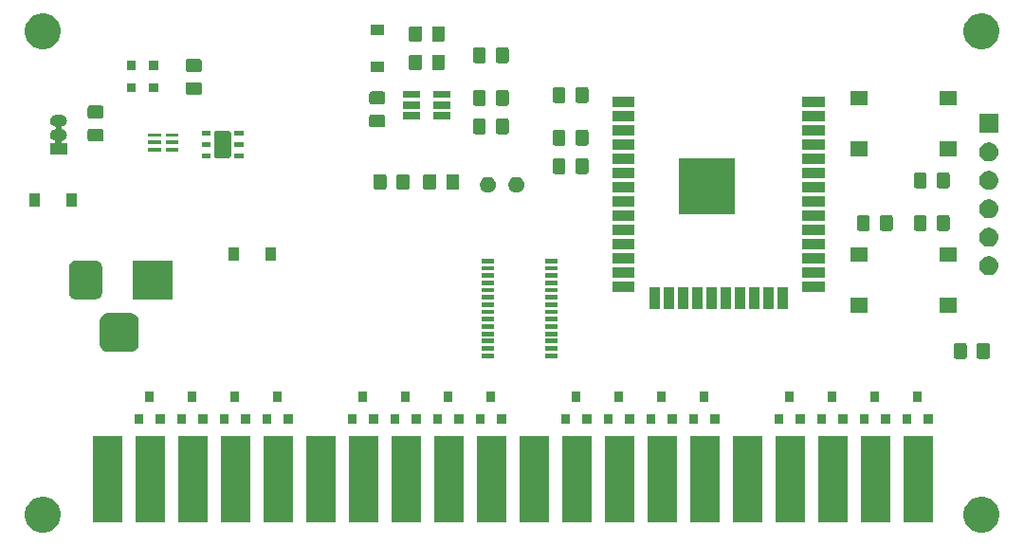
<source format=gbr>
G04 #@! TF.GenerationSoftware,KiCad,Pcbnew,(5.1.0-0)*
G04 #@! TF.CreationDate,2019-12-01T12:31:49+01:00*
G04 #@! TF.ProjectId,esp32,65737033-322e-46b6-9963-61645f706362,rev?*
G04 #@! TF.SameCoordinates,Original*
G04 #@! TF.FileFunction,Soldermask,Top*
G04 #@! TF.FilePolarity,Negative*
%FSLAX46Y46*%
G04 Gerber Fmt 4.6, Leading zero omitted, Abs format (unit mm)*
G04 Created by KiCad (PCBNEW (5.1.0-0)) date 2019-12-01 12:31:49*
%MOMM*%
%LPD*%
G04 APERTURE LIST*
%ADD10C,0.100000*%
G04 APERTURE END LIST*
D10*
G36*
X93240000Y-101440000D02*
G01*
X93240000Y-109060000D01*
X95780000Y-109060000D01*
X95780000Y-101440000D01*
X93240000Y-101440000D01*
G37*
X93240000Y-101440000D02*
X93240000Y-109060000D01*
X95780000Y-109060000D01*
X95780000Y-101440000D01*
X93240000Y-101440000D01*
G36*
X89430000Y-101440000D02*
G01*
X89430000Y-109060000D01*
X91970000Y-109060000D01*
X91970000Y-101440000D01*
X89430000Y-101440000D01*
G37*
X89430000Y-101440000D02*
X89430000Y-109060000D01*
X91970000Y-109060000D01*
X91970000Y-101440000D01*
X89430000Y-101440000D01*
G36*
X85620000Y-101440000D02*
G01*
X85620000Y-109060000D01*
X88160000Y-109060000D01*
X88160000Y-101440000D01*
X85620000Y-101440000D01*
G37*
X85620000Y-101440000D02*
X85620000Y-109060000D01*
X88160000Y-109060000D01*
X88160000Y-101440000D01*
X85620000Y-101440000D01*
G36*
X158010000Y-101440000D02*
G01*
X158010000Y-109060000D01*
X160550000Y-109060000D01*
X160550000Y-101440000D01*
X158010000Y-101440000D01*
G37*
X158010000Y-101440000D02*
X158010000Y-109060000D01*
X160550000Y-109060000D01*
X160550000Y-101440000D01*
X158010000Y-101440000D01*
G36*
X154200000Y-101440000D02*
G01*
X154200000Y-109060000D01*
X156740000Y-109060000D01*
X156740000Y-101440000D01*
X154200000Y-101440000D01*
G37*
X154200000Y-101440000D02*
X154200000Y-109060000D01*
X156740000Y-109060000D01*
X156740000Y-101440000D01*
X154200000Y-101440000D01*
G36*
X150390000Y-101440000D02*
G01*
X150390000Y-109060000D01*
X152930000Y-109060000D01*
X152930000Y-101440000D01*
X150390000Y-101440000D01*
G37*
X150390000Y-101440000D02*
X150390000Y-109060000D01*
X152930000Y-109060000D01*
X152930000Y-101440000D01*
X150390000Y-101440000D01*
G36*
X146580000Y-101440000D02*
G01*
X146580000Y-109060000D01*
X149120000Y-109060000D01*
X149120000Y-101440000D01*
X146580000Y-101440000D01*
G37*
X146580000Y-101440000D02*
X146580000Y-109060000D01*
X149120000Y-109060000D01*
X149120000Y-101440000D01*
X146580000Y-101440000D01*
G36*
X104670000Y-101440000D02*
G01*
X104670000Y-109060000D01*
X107210000Y-109060000D01*
X107210000Y-101440000D01*
X104670000Y-101440000D01*
G37*
X104670000Y-101440000D02*
X104670000Y-109060000D01*
X107210000Y-109060000D01*
X107210000Y-101440000D01*
X104670000Y-101440000D01*
G36*
X138960000Y-101440000D02*
G01*
X138960000Y-109060000D01*
X141500000Y-109060000D01*
X141500000Y-101440000D01*
X138960000Y-101440000D01*
G37*
X138960000Y-101440000D02*
X138960000Y-109060000D01*
X141500000Y-109060000D01*
X141500000Y-101440000D01*
X138960000Y-101440000D01*
G36*
X135150000Y-101440000D02*
G01*
X135150000Y-109060000D01*
X137690000Y-109060000D01*
X137690000Y-101440000D01*
X135150000Y-101440000D01*
G37*
X135150000Y-101440000D02*
X135150000Y-109060000D01*
X137690000Y-109060000D01*
X137690000Y-101440000D01*
X135150000Y-101440000D01*
G36*
X131340000Y-101440000D02*
G01*
X131340000Y-109060000D01*
X133880000Y-109060000D01*
X133880000Y-101440000D01*
X131340000Y-101440000D01*
G37*
X131340000Y-101440000D02*
X131340000Y-109060000D01*
X133880000Y-109060000D01*
X133880000Y-101440000D01*
X131340000Y-101440000D01*
G36*
X127530000Y-101440000D02*
G01*
X127530000Y-109060000D01*
X130070000Y-109060000D01*
X130070000Y-101440000D01*
X127530000Y-101440000D01*
G37*
X127530000Y-101440000D02*
X127530000Y-109060000D01*
X130070000Y-109060000D01*
X130070000Y-101440000D01*
X127530000Y-101440000D01*
G36*
X123720000Y-101440000D02*
G01*
X123720000Y-109060000D01*
X126260000Y-109060000D01*
X126260000Y-101440000D01*
X123720000Y-101440000D01*
G37*
X123720000Y-101440000D02*
X123720000Y-109060000D01*
X126260000Y-109060000D01*
X126260000Y-101440000D01*
X123720000Y-101440000D01*
G36*
X119910000Y-101440000D02*
G01*
X119910000Y-109060000D01*
X122450000Y-109060000D01*
X122450000Y-101440000D01*
X119910000Y-101440000D01*
G37*
X119910000Y-101440000D02*
X119910000Y-109060000D01*
X122450000Y-109060000D01*
X122450000Y-101440000D01*
X119910000Y-101440000D01*
G36*
X116100000Y-101440000D02*
G01*
X116100000Y-109060000D01*
X118640000Y-109060000D01*
X118640000Y-101440000D01*
X116100000Y-101440000D01*
G37*
X116100000Y-101440000D02*
X116100000Y-109060000D01*
X118640000Y-109060000D01*
X118640000Y-101440000D01*
X116100000Y-101440000D01*
G36*
X112290000Y-101440000D02*
G01*
X112290000Y-109060000D01*
X114830000Y-109060000D01*
X114830000Y-101440000D01*
X112290000Y-101440000D01*
G37*
X112290000Y-101440000D02*
X112290000Y-109060000D01*
X114830000Y-109060000D01*
X114830000Y-101440000D01*
X112290000Y-101440000D01*
G36*
X108480000Y-101440000D02*
G01*
X108480000Y-109060000D01*
X111020000Y-109060000D01*
X111020000Y-101440000D01*
X108480000Y-101440000D01*
G37*
X108480000Y-101440000D02*
X108480000Y-109060000D01*
X111020000Y-109060000D01*
X111020000Y-101440000D01*
X108480000Y-101440000D01*
G36*
X142770000Y-101440000D02*
G01*
X142770000Y-109060000D01*
X145310000Y-109060000D01*
X145310000Y-101440000D01*
X142770000Y-101440000D01*
G37*
X142770000Y-101440000D02*
X142770000Y-109060000D01*
X145310000Y-109060000D01*
X145310000Y-101440000D01*
X142770000Y-101440000D01*
G36*
X100860000Y-101440000D02*
G01*
X100860000Y-109060000D01*
X103400000Y-109060000D01*
X103400000Y-101440000D01*
X100860000Y-101440000D01*
G37*
X100860000Y-101440000D02*
X100860000Y-109060000D01*
X103400000Y-109060000D01*
X103400000Y-101440000D01*
X100860000Y-101440000D01*
G36*
X97050000Y-101440000D02*
G01*
X97050000Y-109060000D01*
X99590000Y-109060000D01*
X99590000Y-101440000D01*
X97050000Y-101440000D01*
G37*
X97050000Y-101440000D02*
X97050000Y-109060000D01*
X99590000Y-109060000D01*
X99590000Y-101440000D01*
X97050000Y-101440000D01*
G36*
X165461703Y-106886486D02*
G01*
X165752883Y-107007097D01*
X166014940Y-107182198D01*
X166237802Y-107405060D01*
X166412903Y-107667117D01*
X166533514Y-107958297D01*
X166595000Y-108267412D01*
X166595000Y-108582588D01*
X166533514Y-108891703D01*
X166412903Y-109182883D01*
X166237802Y-109444940D01*
X166014940Y-109667802D01*
X165752883Y-109842903D01*
X165461703Y-109963514D01*
X165152588Y-110025000D01*
X164837412Y-110025000D01*
X164528297Y-109963514D01*
X164237117Y-109842903D01*
X163975060Y-109667802D01*
X163752198Y-109444940D01*
X163577097Y-109182883D01*
X163456486Y-108891703D01*
X163395000Y-108582588D01*
X163395000Y-108267412D01*
X163456486Y-107958297D01*
X163577097Y-107667117D01*
X163752198Y-107405060D01*
X163975060Y-107182198D01*
X164237117Y-107007097D01*
X164528297Y-106886486D01*
X164837412Y-106825000D01*
X165152588Y-106825000D01*
X165461703Y-106886486D01*
X165461703Y-106886486D01*
G37*
G36*
X81641703Y-106886486D02*
G01*
X81932883Y-107007097D01*
X82194940Y-107182198D01*
X82417802Y-107405060D01*
X82592903Y-107667117D01*
X82713514Y-107958297D01*
X82775000Y-108267412D01*
X82775000Y-108582588D01*
X82713514Y-108891703D01*
X82592903Y-109182883D01*
X82417802Y-109444940D01*
X82194940Y-109667802D01*
X81932883Y-109842903D01*
X81641703Y-109963514D01*
X81332588Y-110025000D01*
X81017412Y-110025000D01*
X80708297Y-109963514D01*
X80417117Y-109842903D01*
X80155060Y-109667802D01*
X79932198Y-109444940D01*
X79757097Y-109182883D01*
X79636486Y-108891703D01*
X79575000Y-108582588D01*
X79575000Y-108267412D01*
X79636486Y-107958297D01*
X79757097Y-107667117D01*
X79932198Y-107405060D01*
X80155060Y-107182198D01*
X80417117Y-107007097D01*
X80708297Y-106886486D01*
X81017412Y-106825000D01*
X81332588Y-106825000D01*
X81641703Y-106886486D01*
X81641703Y-106886486D01*
G37*
G36*
X152024610Y-104048036D02*
G01*
X152252095Y-104142264D01*
X152252097Y-104142265D01*
X152456828Y-104279062D01*
X152630938Y-104453172D01*
X152767736Y-104657905D01*
X152861964Y-104885390D01*
X152910000Y-105126884D01*
X152910000Y-105373116D01*
X152861964Y-105614610D01*
X152767736Y-105842095D01*
X152767735Y-105842097D01*
X152630938Y-106046828D01*
X152456828Y-106220938D01*
X152252097Y-106357735D01*
X152252096Y-106357736D01*
X152252095Y-106357736D01*
X152024610Y-106451964D01*
X151783116Y-106500000D01*
X151536884Y-106500000D01*
X151295390Y-106451964D01*
X151067905Y-106357736D01*
X151067904Y-106357736D01*
X151067903Y-106357735D01*
X150863172Y-106220938D01*
X150689062Y-106046828D01*
X150552265Y-105842097D01*
X150552264Y-105842095D01*
X150458036Y-105614610D01*
X150410000Y-105373116D01*
X150410000Y-105126884D01*
X150458036Y-104885390D01*
X150552264Y-104657905D01*
X150689062Y-104453172D01*
X150863172Y-104279062D01*
X151067903Y-104142265D01*
X151067905Y-104142264D01*
X151295390Y-104048036D01*
X151536884Y-104000000D01*
X151783116Y-104000000D01*
X152024610Y-104048036D01*
X152024610Y-104048036D01*
G37*
G36*
X148214610Y-104048036D02*
G01*
X148442095Y-104142264D01*
X148442097Y-104142265D01*
X148646828Y-104279062D01*
X148820938Y-104453172D01*
X148957736Y-104657905D01*
X149051964Y-104885390D01*
X149100000Y-105126884D01*
X149100000Y-105373116D01*
X149051964Y-105614610D01*
X148957736Y-105842095D01*
X148957735Y-105842097D01*
X148820938Y-106046828D01*
X148646828Y-106220938D01*
X148442097Y-106357735D01*
X148442096Y-106357736D01*
X148442095Y-106357736D01*
X148214610Y-106451964D01*
X147973116Y-106500000D01*
X147726884Y-106500000D01*
X147485390Y-106451964D01*
X147257905Y-106357736D01*
X147257904Y-106357736D01*
X147257903Y-106357735D01*
X147053172Y-106220938D01*
X146879062Y-106046828D01*
X146742265Y-105842097D01*
X146742264Y-105842095D01*
X146648036Y-105614610D01*
X146600000Y-105373116D01*
X146600000Y-105126884D01*
X146648036Y-104885390D01*
X146742264Y-104657905D01*
X146879062Y-104453172D01*
X147053172Y-104279062D01*
X147257903Y-104142265D01*
X147257905Y-104142264D01*
X147485390Y-104048036D01*
X147726884Y-104000000D01*
X147973116Y-104000000D01*
X148214610Y-104048036D01*
X148214610Y-104048036D01*
G37*
G36*
X144404610Y-104048036D02*
G01*
X144632095Y-104142264D01*
X144632097Y-104142265D01*
X144836828Y-104279062D01*
X145010938Y-104453172D01*
X145147736Y-104657905D01*
X145241964Y-104885390D01*
X145290000Y-105126884D01*
X145290000Y-105373116D01*
X145241964Y-105614610D01*
X145147736Y-105842095D01*
X145147735Y-105842097D01*
X145010938Y-106046828D01*
X144836828Y-106220938D01*
X144632097Y-106357735D01*
X144632096Y-106357736D01*
X144632095Y-106357736D01*
X144404610Y-106451964D01*
X144163116Y-106500000D01*
X143916884Y-106500000D01*
X143675390Y-106451964D01*
X143447905Y-106357736D01*
X143447904Y-106357736D01*
X143447903Y-106357735D01*
X143243172Y-106220938D01*
X143069062Y-106046828D01*
X142932265Y-105842097D01*
X142932264Y-105842095D01*
X142838036Y-105614610D01*
X142790000Y-105373116D01*
X142790000Y-105126884D01*
X142838036Y-104885390D01*
X142932264Y-104657905D01*
X143069062Y-104453172D01*
X143243172Y-104279062D01*
X143447903Y-104142265D01*
X143447905Y-104142264D01*
X143675390Y-104048036D01*
X143916884Y-104000000D01*
X144163116Y-104000000D01*
X144404610Y-104048036D01*
X144404610Y-104048036D01*
G37*
G36*
X140594610Y-104048036D02*
G01*
X140822095Y-104142264D01*
X140822097Y-104142265D01*
X141026828Y-104279062D01*
X141200938Y-104453172D01*
X141337736Y-104657905D01*
X141431964Y-104885390D01*
X141480000Y-105126884D01*
X141480000Y-105373116D01*
X141431964Y-105614610D01*
X141337736Y-105842095D01*
X141337735Y-105842097D01*
X141200938Y-106046828D01*
X141026828Y-106220938D01*
X140822097Y-106357735D01*
X140822096Y-106357736D01*
X140822095Y-106357736D01*
X140594610Y-106451964D01*
X140353116Y-106500000D01*
X140106884Y-106500000D01*
X139865390Y-106451964D01*
X139637905Y-106357736D01*
X139637904Y-106357736D01*
X139637903Y-106357735D01*
X139433172Y-106220938D01*
X139259062Y-106046828D01*
X139122265Y-105842097D01*
X139122264Y-105842095D01*
X139028036Y-105614610D01*
X138980000Y-105373116D01*
X138980000Y-105126884D01*
X139028036Y-104885390D01*
X139122264Y-104657905D01*
X139259062Y-104453172D01*
X139433172Y-104279062D01*
X139637903Y-104142265D01*
X139637905Y-104142264D01*
X139865390Y-104048036D01*
X140106884Y-104000000D01*
X140353116Y-104000000D01*
X140594610Y-104048036D01*
X140594610Y-104048036D01*
G37*
G36*
X136784610Y-104048036D02*
G01*
X137012095Y-104142264D01*
X137012097Y-104142265D01*
X137216828Y-104279062D01*
X137390938Y-104453172D01*
X137527736Y-104657905D01*
X137621964Y-104885390D01*
X137670000Y-105126884D01*
X137670000Y-105373116D01*
X137621964Y-105614610D01*
X137527736Y-105842095D01*
X137527735Y-105842097D01*
X137390938Y-106046828D01*
X137216828Y-106220938D01*
X137012097Y-106357735D01*
X137012096Y-106357736D01*
X137012095Y-106357736D01*
X136784610Y-106451964D01*
X136543116Y-106500000D01*
X136296884Y-106500000D01*
X136055390Y-106451964D01*
X135827905Y-106357736D01*
X135827904Y-106357736D01*
X135827903Y-106357735D01*
X135623172Y-106220938D01*
X135449062Y-106046828D01*
X135312265Y-105842097D01*
X135312264Y-105842095D01*
X135218036Y-105614610D01*
X135170000Y-105373116D01*
X135170000Y-105126884D01*
X135218036Y-104885390D01*
X135312264Y-104657905D01*
X135449062Y-104453172D01*
X135623172Y-104279062D01*
X135827903Y-104142265D01*
X135827905Y-104142264D01*
X136055390Y-104048036D01*
X136296884Y-104000000D01*
X136543116Y-104000000D01*
X136784610Y-104048036D01*
X136784610Y-104048036D01*
G37*
G36*
X132974610Y-104048036D02*
G01*
X133202095Y-104142264D01*
X133202097Y-104142265D01*
X133406828Y-104279062D01*
X133580938Y-104453172D01*
X133717736Y-104657905D01*
X133811964Y-104885390D01*
X133860000Y-105126884D01*
X133860000Y-105373116D01*
X133811964Y-105614610D01*
X133717736Y-105842095D01*
X133717735Y-105842097D01*
X133580938Y-106046828D01*
X133406828Y-106220938D01*
X133202097Y-106357735D01*
X133202096Y-106357736D01*
X133202095Y-106357736D01*
X132974610Y-106451964D01*
X132733116Y-106500000D01*
X132486884Y-106500000D01*
X132245390Y-106451964D01*
X132017905Y-106357736D01*
X132017904Y-106357736D01*
X132017903Y-106357735D01*
X131813172Y-106220938D01*
X131639062Y-106046828D01*
X131502265Y-105842097D01*
X131502264Y-105842095D01*
X131408036Y-105614610D01*
X131360000Y-105373116D01*
X131360000Y-105126884D01*
X131408036Y-104885390D01*
X131502264Y-104657905D01*
X131639062Y-104453172D01*
X131813172Y-104279062D01*
X132017903Y-104142265D01*
X132017905Y-104142264D01*
X132245390Y-104048036D01*
X132486884Y-104000000D01*
X132733116Y-104000000D01*
X132974610Y-104048036D01*
X132974610Y-104048036D01*
G37*
G36*
X129164610Y-104048036D02*
G01*
X129392095Y-104142264D01*
X129392097Y-104142265D01*
X129596828Y-104279062D01*
X129770938Y-104453172D01*
X129907736Y-104657905D01*
X130001964Y-104885390D01*
X130050000Y-105126884D01*
X130050000Y-105373116D01*
X130001964Y-105614610D01*
X129907736Y-105842095D01*
X129907735Y-105842097D01*
X129770938Y-106046828D01*
X129596828Y-106220938D01*
X129392097Y-106357735D01*
X129392096Y-106357736D01*
X129392095Y-106357736D01*
X129164610Y-106451964D01*
X128923116Y-106500000D01*
X128676884Y-106500000D01*
X128435390Y-106451964D01*
X128207905Y-106357736D01*
X128207904Y-106357736D01*
X128207903Y-106357735D01*
X128003172Y-106220938D01*
X127829062Y-106046828D01*
X127692265Y-105842097D01*
X127692264Y-105842095D01*
X127598036Y-105614610D01*
X127550000Y-105373116D01*
X127550000Y-105126884D01*
X127598036Y-104885390D01*
X127692264Y-104657905D01*
X127829062Y-104453172D01*
X128003172Y-104279062D01*
X128207903Y-104142265D01*
X128207905Y-104142264D01*
X128435390Y-104048036D01*
X128676884Y-104000000D01*
X128923116Y-104000000D01*
X129164610Y-104048036D01*
X129164610Y-104048036D01*
G37*
G36*
X125354610Y-104048036D02*
G01*
X125582095Y-104142264D01*
X125582097Y-104142265D01*
X125786828Y-104279062D01*
X125960938Y-104453172D01*
X126097736Y-104657905D01*
X126191964Y-104885390D01*
X126240000Y-105126884D01*
X126240000Y-105373116D01*
X126191964Y-105614610D01*
X126097736Y-105842095D01*
X126097735Y-105842097D01*
X125960938Y-106046828D01*
X125786828Y-106220938D01*
X125582097Y-106357735D01*
X125582096Y-106357736D01*
X125582095Y-106357736D01*
X125354610Y-106451964D01*
X125113116Y-106500000D01*
X124866884Y-106500000D01*
X124625390Y-106451964D01*
X124397905Y-106357736D01*
X124397904Y-106357736D01*
X124397903Y-106357735D01*
X124193172Y-106220938D01*
X124019062Y-106046828D01*
X123882265Y-105842097D01*
X123882264Y-105842095D01*
X123788036Y-105614610D01*
X123740000Y-105373116D01*
X123740000Y-105126884D01*
X123788036Y-104885390D01*
X123882264Y-104657905D01*
X124019062Y-104453172D01*
X124193172Y-104279062D01*
X124397903Y-104142265D01*
X124397905Y-104142264D01*
X124625390Y-104048036D01*
X124866884Y-104000000D01*
X125113116Y-104000000D01*
X125354610Y-104048036D01*
X125354610Y-104048036D01*
G37*
G36*
X121544610Y-104048036D02*
G01*
X121772095Y-104142264D01*
X121772097Y-104142265D01*
X121976828Y-104279062D01*
X122150938Y-104453172D01*
X122287736Y-104657905D01*
X122381964Y-104885390D01*
X122430000Y-105126884D01*
X122430000Y-105373116D01*
X122381964Y-105614610D01*
X122287736Y-105842095D01*
X122287735Y-105842097D01*
X122150938Y-106046828D01*
X121976828Y-106220938D01*
X121772097Y-106357735D01*
X121772096Y-106357736D01*
X121772095Y-106357736D01*
X121544610Y-106451964D01*
X121303116Y-106500000D01*
X121056884Y-106500000D01*
X120815390Y-106451964D01*
X120587905Y-106357736D01*
X120587904Y-106357736D01*
X120587903Y-106357735D01*
X120383172Y-106220938D01*
X120209062Y-106046828D01*
X120072265Y-105842097D01*
X120072264Y-105842095D01*
X119978036Y-105614610D01*
X119930000Y-105373116D01*
X119930000Y-105126884D01*
X119978036Y-104885390D01*
X120072264Y-104657905D01*
X120209062Y-104453172D01*
X120383172Y-104279062D01*
X120587903Y-104142265D01*
X120587905Y-104142264D01*
X120815390Y-104048036D01*
X121056884Y-104000000D01*
X121303116Y-104000000D01*
X121544610Y-104048036D01*
X121544610Y-104048036D01*
G37*
G36*
X117734610Y-104048036D02*
G01*
X117962095Y-104142264D01*
X117962097Y-104142265D01*
X118166828Y-104279062D01*
X118340938Y-104453172D01*
X118477736Y-104657905D01*
X118571964Y-104885390D01*
X118620000Y-105126884D01*
X118620000Y-105373116D01*
X118571964Y-105614610D01*
X118477736Y-105842095D01*
X118477735Y-105842097D01*
X118340938Y-106046828D01*
X118166828Y-106220938D01*
X117962097Y-106357735D01*
X117962096Y-106357736D01*
X117962095Y-106357736D01*
X117734610Y-106451964D01*
X117493116Y-106500000D01*
X117246884Y-106500000D01*
X117005390Y-106451964D01*
X116777905Y-106357736D01*
X116777904Y-106357736D01*
X116777903Y-106357735D01*
X116573172Y-106220938D01*
X116399062Y-106046828D01*
X116262265Y-105842097D01*
X116262264Y-105842095D01*
X116168036Y-105614610D01*
X116120000Y-105373116D01*
X116120000Y-105126884D01*
X116168036Y-104885390D01*
X116262264Y-104657905D01*
X116399062Y-104453172D01*
X116573172Y-104279062D01*
X116777903Y-104142265D01*
X116777905Y-104142264D01*
X117005390Y-104048036D01*
X117246884Y-104000000D01*
X117493116Y-104000000D01*
X117734610Y-104048036D01*
X117734610Y-104048036D01*
G37*
G36*
X113924610Y-104048036D02*
G01*
X114152095Y-104142264D01*
X114152097Y-104142265D01*
X114356828Y-104279062D01*
X114530938Y-104453172D01*
X114667736Y-104657905D01*
X114761964Y-104885390D01*
X114810000Y-105126884D01*
X114810000Y-105373116D01*
X114761964Y-105614610D01*
X114667736Y-105842095D01*
X114667735Y-105842097D01*
X114530938Y-106046828D01*
X114356828Y-106220938D01*
X114152097Y-106357735D01*
X114152096Y-106357736D01*
X114152095Y-106357736D01*
X113924610Y-106451964D01*
X113683116Y-106500000D01*
X113436884Y-106500000D01*
X113195390Y-106451964D01*
X112967905Y-106357736D01*
X112967904Y-106357736D01*
X112967903Y-106357735D01*
X112763172Y-106220938D01*
X112589062Y-106046828D01*
X112452265Y-105842097D01*
X112452264Y-105842095D01*
X112358036Y-105614610D01*
X112310000Y-105373116D01*
X112310000Y-105126884D01*
X112358036Y-104885390D01*
X112452264Y-104657905D01*
X112589062Y-104453172D01*
X112763172Y-104279062D01*
X112967903Y-104142265D01*
X112967905Y-104142264D01*
X113195390Y-104048036D01*
X113436884Y-104000000D01*
X113683116Y-104000000D01*
X113924610Y-104048036D01*
X113924610Y-104048036D01*
G37*
G36*
X110114610Y-104048036D02*
G01*
X110342095Y-104142264D01*
X110342097Y-104142265D01*
X110546828Y-104279062D01*
X110720938Y-104453172D01*
X110857736Y-104657905D01*
X110951964Y-104885390D01*
X111000000Y-105126884D01*
X111000000Y-105373116D01*
X110951964Y-105614610D01*
X110857736Y-105842095D01*
X110857735Y-105842097D01*
X110720938Y-106046828D01*
X110546828Y-106220938D01*
X110342097Y-106357735D01*
X110342096Y-106357736D01*
X110342095Y-106357736D01*
X110114610Y-106451964D01*
X109873116Y-106500000D01*
X109626884Y-106500000D01*
X109385390Y-106451964D01*
X109157905Y-106357736D01*
X109157904Y-106357736D01*
X109157903Y-106357735D01*
X108953172Y-106220938D01*
X108779062Y-106046828D01*
X108642265Y-105842097D01*
X108642264Y-105842095D01*
X108548036Y-105614610D01*
X108500000Y-105373116D01*
X108500000Y-105126884D01*
X108548036Y-104885390D01*
X108642264Y-104657905D01*
X108779062Y-104453172D01*
X108953172Y-104279062D01*
X109157903Y-104142265D01*
X109157905Y-104142264D01*
X109385390Y-104048036D01*
X109626884Y-104000000D01*
X109873116Y-104000000D01*
X110114610Y-104048036D01*
X110114610Y-104048036D01*
G37*
G36*
X106304610Y-104048036D02*
G01*
X106532095Y-104142264D01*
X106532097Y-104142265D01*
X106736828Y-104279062D01*
X106910938Y-104453172D01*
X107047736Y-104657905D01*
X107141964Y-104885390D01*
X107190000Y-105126884D01*
X107190000Y-105373116D01*
X107141964Y-105614610D01*
X107047736Y-105842095D01*
X107047735Y-105842097D01*
X106910938Y-106046828D01*
X106736828Y-106220938D01*
X106532097Y-106357735D01*
X106532096Y-106357736D01*
X106532095Y-106357736D01*
X106304610Y-106451964D01*
X106063116Y-106500000D01*
X105816884Y-106500000D01*
X105575390Y-106451964D01*
X105347905Y-106357736D01*
X105347904Y-106357736D01*
X105347903Y-106357735D01*
X105143172Y-106220938D01*
X104969062Y-106046828D01*
X104832265Y-105842097D01*
X104832264Y-105842095D01*
X104738036Y-105614610D01*
X104690000Y-105373116D01*
X104690000Y-105126884D01*
X104738036Y-104885390D01*
X104832264Y-104657905D01*
X104969062Y-104453172D01*
X105143172Y-104279062D01*
X105347903Y-104142265D01*
X105347905Y-104142264D01*
X105575390Y-104048036D01*
X105816884Y-104000000D01*
X106063116Y-104000000D01*
X106304610Y-104048036D01*
X106304610Y-104048036D01*
G37*
G36*
X102494610Y-104048036D02*
G01*
X102722095Y-104142264D01*
X102722097Y-104142265D01*
X102926828Y-104279062D01*
X103100938Y-104453172D01*
X103237736Y-104657905D01*
X103331964Y-104885390D01*
X103380000Y-105126884D01*
X103380000Y-105373116D01*
X103331964Y-105614610D01*
X103237736Y-105842095D01*
X103237735Y-105842097D01*
X103100938Y-106046828D01*
X102926828Y-106220938D01*
X102722097Y-106357735D01*
X102722096Y-106357736D01*
X102722095Y-106357736D01*
X102494610Y-106451964D01*
X102253116Y-106500000D01*
X102006884Y-106500000D01*
X101765390Y-106451964D01*
X101537905Y-106357736D01*
X101537904Y-106357736D01*
X101537903Y-106357735D01*
X101333172Y-106220938D01*
X101159062Y-106046828D01*
X101022265Y-105842097D01*
X101022264Y-105842095D01*
X100928036Y-105614610D01*
X100880000Y-105373116D01*
X100880000Y-105126884D01*
X100928036Y-104885390D01*
X101022264Y-104657905D01*
X101159062Y-104453172D01*
X101333172Y-104279062D01*
X101537903Y-104142265D01*
X101537905Y-104142264D01*
X101765390Y-104048036D01*
X102006884Y-104000000D01*
X102253116Y-104000000D01*
X102494610Y-104048036D01*
X102494610Y-104048036D01*
G37*
G36*
X98684610Y-104048036D02*
G01*
X98912095Y-104142264D01*
X98912097Y-104142265D01*
X99116828Y-104279062D01*
X99290938Y-104453172D01*
X99427736Y-104657905D01*
X99521964Y-104885390D01*
X99570000Y-105126884D01*
X99570000Y-105373116D01*
X99521964Y-105614610D01*
X99427736Y-105842095D01*
X99427735Y-105842097D01*
X99290938Y-106046828D01*
X99116828Y-106220938D01*
X98912097Y-106357735D01*
X98912096Y-106357736D01*
X98912095Y-106357736D01*
X98684610Y-106451964D01*
X98443116Y-106500000D01*
X98196884Y-106500000D01*
X97955390Y-106451964D01*
X97727905Y-106357736D01*
X97727904Y-106357736D01*
X97727903Y-106357735D01*
X97523172Y-106220938D01*
X97349062Y-106046828D01*
X97212265Y-105842097D01*
X97212264Y-105842095D01*
X97118036Y-105614610D01*
X97070000Y-105373116D01*
X97070000Y-105126884D01*
X97118036Y-104885390D01*
X97212264Y-104657905D01*
X97349062Y-104453172D01*
X97523172Y-104279062D01*
X97727903Y-104142265D01*
X97727905Y-104142264D01*
X97955390Y-104048036D01*
X98196884Y-104000000D01*
X98443116Y-104000000D01*
X98684610Y-104048036D01*
X98684610Y-104048036D01*
G37*
G36*
X94874610Y-104048036D02*
G01*
X95102095Y-104142264D01*
X95102097Y-104142265D01*
X95306828Y-104279062D01*
X95480938Y-104453172D01*
X95617736Y-104657905D01*
X95711964Y-104885390D01*
X95760000Y-105126884D01*
X95760000Y-105373116D01*
X95711964Y-105614610D01*
X95617736Y-105842095D01*
X95617735Y-105842097D01*
X95480938Y-106046828D01*
X95306828Y-106220938D01*
X95102097Y-106357735D01*
X95102096Y-106357736D01*
X95102095Y-106357736D01*
X94874610Y-106451964D01*
X94633116Y-106500000D01*
X94386884Y-106500000D01*
X94145390Y-106451964D01*
X93917905Y-106357736D01*
X93917904Y-106357736D01*
X93917903Y-106357735D01*
X93713172Y-106220938D01*
X93539062Y-106046828D01*
X93402265Y-105842097D01*
X93402264Y-105842095D01*
X93308036Y-105614610D01*
X93260000Y-105373116D01*
X93260000Y-105126884D01*
X93308036Y-104885390D01*
X93402264Y-104657905D01*
X93539062Y-104453172D01*
X93713172Y-104279062D01*
X93917903Y-104142265D01*
X93917905Y-104142264D01*
X94145390Y-104048036D01*
X94386884Y-104000000D01*
X94633116Y-104000000D01*
X94874610Y-104048036D01*
X94874610Y-104048036D01*
G37*
G36*
X91064610Y-104048036D02*
G01*
X91292095Y-104142264D01*
X91292097Y-104142265D01*
X91496828Y-104279062D01*
X91670938Y-104453172D01*
X91807736Y-104657905D01*
X91901964Y-104885390D01*
X91950000Y-105126884D01*
X91950000Y-105373116D01*
X91901964Y-105614610D01*
X91807736Y-105842095D01*
X91807735Y-105842097D01*
X91670938Y-106046828D01*
X91496828Y-106220938D01*
X91292097Y-106357735D01*
X91292096Y-106357736D01*
X91292095Y-106357736D01*
X91064610Y-106451964D01*
X90823116Y-106500000D01*
X90576884Y-106500000D01*
X90335390Y-106451964D01*
X90107905Y-106357736D01*
X90107904Y-106357736D01*
X90107903Y-106357735D01*
X89903172Y-106220938D01*
X89729062Y-106046828D01*
X89592265Y-105842097D01*
X89592264Y-105842095D01*
X89498036Y-105614610D01*
X89450000Y-105373116D01*
X89450000Y-105126884D01*
X89498036Y-104885390D01*
X89592264Y-104657905D01*
X89729062Y-104453172D01*
X89903172Y-104279062D01*
X90107903Y-104142265D01*
X90107905Y-104142264D01*
X90335390Y-104048036D01*
X90576884Y-104000000D01*
X90823116Y-104000000D01*
X91064610Y-104048036D01*
X91064610Y-104048036D01*
G37*
G36*
X87254610Y-104048036D02*
G01*
X87482095Y-104142264D01*
X87482097Y-104142265D01*
X87686828Y-104279062D01*
X87860938Y-104453172D01*
X87997736Y-104657905D01*
X88091964Y-104885390D01*
X88140000Y-105126884D01*
X88140000Y-105373116D01*
X88091964Y-105614610D01*
X87997736Y-105842095D01*
X87997735Y-105842097D01*
X87860938Y-106046828D01*
X87686828Y-106220938D01*
X87482097Y-106357735D01*
X87482096Y-106357736D01*
X87482095Y-106357736D01*
X87254610Y-106451964D01*
X87013116Y-106500000D01*
X86766884Y-106500000D01*
X86525390Y-106451964D01*
X86297905Y-106357736D01*
X86297904Y-106357736D01*
X86297903Y-106357735D01*
X86093172Y-106220938D01*
X85919062Y-106046828D01*
X85782265Y-105842097D01*
X85782264Y-105842095D01*
X85688036Y-105614610D01*
X85640000Y-105373116D01*
X85640000Y-105126884D01*
X85688036Y-104885390D01*
X85782264Y-104657905D01*
X85919062Y-104453172D01*
X86093172Y-104279062D01*
X86297903Y-104142265D01*
X86297905Y-104142264D01*
X86525390Y-104048036D01*
X86766884Y-104000000D01*
X87013116Y-104000000D01*
X87254610Y-104048036D01*
X87254610Y-104048036D01*
G37*
G36*
X159644610Y-104048036D02*
G01*
X159872095Y-104142264D01*
X159872097Y-104142265D01*
X160076828Y-104279062D01*
X160250938Y-104453172D01*
X160387736Y-104657905D01*
X160481964Y-104885390D01*
X160530000Y-105126884D01*
X160530000Y-105373116D01*
X160481964Y-105614610D01*
X160387736Y-105842095D01*
X160387735Y-105842097D01*
X160250938Y-106046828D01*
X160076828Y-106220938D01*
X159872097Y-106357735D01*
X159872096Y-106357736D01*
X159872095Y-106357736D01*
X159644610Y-106451964D01*
X159403116Y-106500000D01*
X159156884Y-106500000D01*
X158915390Y-106451964D01*
X158687905Y-106357736D01*
X158687904Y-106357736D01*
X158687903Y-106357735D01*
X158483172Y-106220938D01*
X158309062Y-106046828D01*
X158172265Y-105842097D01*
X158172264Y-105842095D01*
X158078036Y-105614610D01*
X158030000Y-105373116D01*
X158030000Y-105126884D01*
X158078036Y-104885390D01*
X158172264Y-104657905D01*
X158309062Y-104453172D01*
X158483172Y-104279062D01*
X158687903Y-104142265D01*
X158687905Y-104142264D01*
X158915390Y-104048036D01*
X159156884Y-104000000D01*
X159403116Y-104000000D01*
X159644610Y-104048036D01*
X159644610Y-104048036D01*
G37*
G36*
X155834610Y-104048036D02*
G01*
X156062095Y-104142264D01*
X156062097Y-104142265D01*
X156266828Y-104279062D01*
X156440938Y-104453172D01*
X156577736Y-104657905D01*
X156671964Y-104885390D01*
X156720000Y-105126884D01*
X156720000Y-105373116D01*
X156671964Y-105614610D01*
X156577736Y-105842095D01*
X156577735Y-105842097D01*
X156440938Y-106046828D01*
X156266828Y-106220938D01*
X156062097Y-106357735D01*
X156062096Y-106357736D01*
X156062095Y-106357736D01*
X155834610Y-106451964D01*
X155593116Y-106500000D01*
X155346884Y-106500000D01*
X155105390Y-106451964D01*
X154877905Y-106357736D01*
X154877904Y-106357736D01*
X154877903Y-106357735D01*
X154673172Y-106220938D01*
X154499062Y-106046828D01*
X154362265Y-105842097D01*
X154362264Y-105842095D01*
X154268036Y-105614610D01*
X154220000Y-105373116D01*
X154220000Y-105126884D01*
X154268036Y-104885390D01*
X154362264Y-104657905D01*
X154499062Y-104453172D01*
X154673172Y-104279062D01*
X154877903Y-104142265D01*
X154877905Y-104142264D01*
X155105390Y-104048036D01*
X155346884Y-104000000D01*
X155593116Y-104000000D01*
X155834610Y-104048036D01*
X155834610Y-104048036D01*
G37*
G36*
X111100000Y-100350000D02*
G01*
X110300000Y-100350000D01*
X110300000Y-99450000D01*
X111100000Y-99450000D01*
X111100000Y-100350000D01*
X111100000Y-100350000D01*
G37*
G36*
X109200000Y-100350000D02*
G01*
X108400000Y-100350000D01*
X108400000Y-99450000D01*
X109200000Y-99450000D01*
X109200000Y-100350000D01*
X109200000Y-100350000D01*
G37*
G36*
X103480000Y-100350000D02*
G01*
X102680000Y-100350000D01*
X102680000Y-99450000D01*
X103480000Y-99450000D01*
X103480000Y-100350000D01*
X103480000Y-100350000D01*
G37*
G36*
X101580000Y-100350000D02*
G01*
X100780000Y-100350000D01*
X100780000Y-99450000D01*
X101580000Y-99450000D01*
X101580000Y-100350000D01*
X101580000Y-100350000D01*
G37*
G36*
X99670000Y-100350000D02*
G01*
X98870000Y-100350000D01*
X98870000Y-99450000D01*
X99670000Y-99450000D01*
X99670000Y-100350000D01*
X99670000Y-100350000D01*
G37*
G36*
X97770000Y-100350000D02*
G01*
X96970000Y-100350000D01*
X96970000Y-99450000D01*
X97770000Y-99450000D01*
X97770000Y-100350000D01*
X97770000Y-100350000D01*
G37*
G36*
X95860000Y-100350000D02*
G01*
X95060000Y-100350000D01*
X95060000Y-99450000D01*
X95860000Y-99450000D01*
X95860000Y-100350000D01*
X95860000Y-100350000D01*
G37*
G36*
X93960000Y-100350000D02*
G01*
X93160000Y-100350000D01*
X93160000Y-99450000D01*
X93960000Y-99450000D01*
X93960000Y-100350000D01*
X93960000Y-100350000D01*
G37*
G36*
X92050000Y-100350000D02*
G01*
X91250000Y-100350000D01*
X91250000Y-99450000D01*
X92050000Y-99450000D01*
X92050000Y-100350000D01*
X92050000Y-100350000D01*
G37*
G36*
X90150000Y-100350000D02*
G01*
X89350000Y-100350000D01*
X89350000Y-99450000D01*
X90150000Y-99450000D01*
X90150000Y-100350000D01*
X90150000Y-100350000D01*
G37*
G36*
X113010000Y-100350000D02*
G01*
X112210000Y-100350000D01*
X112210000Y-99450000D01*
X113010000Y-99450000D01*
X113010000Y-100350000D01*
X113010000Y-100350000D01*
G37*
G36*
X114910000Y-100350000D02*
G01*
X114110000Y-100350000D01*
X114110000Y-99450000D01*
X114910000Y-99450000D01*
X114910000Y-100350000D01*
X114910000Y-100350000D01*
G37*
G36*
X116820000Y-100350000D02*
G01*
X116020000Y-100350000D01*
X116020000Y-99450000D01*
X116820000Y-99450000D01*
X116820000Y-100350000D01*
X116820000Y-100350000D01*
G37*
G36*
X118720000Y-100350000D02*
G01*
X117920000Y-100350000D01*
X117920000Y-99450000D01*
X118720000Y-99450000D01*
X118720000Y-100350000D01*
X118720000Y-100350000D01*
G37*
G36*
X120630000Y-100350000D02*
G01*
X119830000Y-100350000D01*
X119830000Y-99450000D01*
X120630000Y-99450000D01*
X120630000Y-100350000D01*
X120630000Y-100350000D01*
G37*
G36*
X122530000Y-100350000D02*
G01*
X121730000Y-100350000D01*
X121730000Y-99450000D01*
X122530000Y-99450000D01*
X122530000Y-100350000D01*
X122530000Y-100350000D01*
G37*
G36*
X128250000Y-100350000D02*
G01*
X127450000Y-100350000D01*
X127450000Y-99450000D01*
X128250000Y-99450000D01*
X128250000Y-100350000D01*
X128250000Y-100350000D01*
G37*
G36*
X130150000Y-100350000D02*
G01*
X129350000Y-100350000D01*
X129350000Y-99450000D01*
X130150000Y-99450000D01*
X130150000Y-100350000D01*
X130150000Y-100350000D01*
G37*
G36*
X132060000Y-100350000D02*
G01*
X131260000Y-100350000D01*
X131260000Y-99450000D01*
X132060000Y-99450000D01*
X132060000Y-100350000D01*
X132060000Y-100350000D01*
G37*
G36*
X133960000Y-100350000D02*
G01*
X133160000Y-100350000D01*
X133160000Y-99450000D01*
X133960000Y-99450000D01*
X133960000Y-100350000D01*
X133960000Y-100350000D01*
G37*
G36*
X135870000Y-100350000D02*
G01*
X135070000Y-100350000D01*
X135070000Y-99450000D01*
X135870000Y-99450000D01*
X135870000Y-100350000D01*
X135870000Y-100350000D01*
G37*
G36*
X137770000Y-100350000D02*
G01*
X136970000Y-100350000D01*
X136970000Y-99450000D01*
X137770000Y-99450000D01*
X137770000Y-100350000D01*
X137770000Y-100350000D01*
G37*
G36*
X139680000Y-100350000D02*
G01*
X138880000Y-100350000D01*
X138880000Y-99450000D01*
X139680000Y-99450000D01*
X139680000Y-100350000D01*
X139680000Y-100350000D01*
G37*
G36*
X141580000Y-100350000D02*
G01*
X140780000Y-100350000D01*
X140780000Y-99450000D01*
X141580000Y-99450000D01*
X141580000Y-100350000D01*
X141580000Y-100350000D01*
G37*
G36*
X147300000Y-100350000D02*
G01*
X146500000Y-100350000D01*
X146500000Y-99450000D01*
X147300000Y-99450000D01*
X147300000Y-100350000D01*
X147300000Y-100350000D01*
G37*
G36*
X149200000Y-100350000D02*
G01*
X148400000Y-100350000D01*
X148400000Y-99450000D01*
X149200000Y-99450000D01*
X149200000Y-100350000D01*
X149200000Y-100350000D01*
G37*
G36*
X151110000Y-100350000D02*
G01*
X150310000Y-100350000D01*
X150310000Y-99450000D01*
X151110000Y-99450000D01*
X151110000Y-100350000D01*
X151110000Y-100350000D01*
G37*
G36*
X153010000Y-100350000D02*
G01*
X152210000Y-100350000D01*
X152210000Y-99450000D01*
X153010000Y-99450000D01*
X153010000Y-100350000D01*
X153010000Y-100350000D01*
G37*
G36*
X154920000Y-100350000D02*
G01*
X154120000Y-100350000D01*
X154120000Y-99450000D01*
X154920000Y-99450000D01*
X154920000Y-100350000D01*
X154920000Y-100350000D01*
G37*
G36*
X156820000Y-100350000D02*
G01*
X156020000Y-100350000D01*
X156020000Y-99450000D01*
X156820000Y-99450000D01*
X156820000Y-100350000D01*
X156820000Y-100350000D01*
G37*
G36*
X158730000Y-100350000D02*
G01*
X157930000Y-100350000D01*
X157930000Y-99450000D01*
X158730000Y-99450000D01*
X158730000Y-100350000D01*
X158730000Y-100350000D01*
G37*
G36*
X160630000Y-100350000D02*
G01*
X159830000Y-100350000D01*
X159830000Y-99450000D01*
X160630000Y-99450000D01*
X160630000Y-100350000D01*
X160630000Y-100350000D01*
G37*
G36*
X148250000Y-98350000D02*
G01*
X147450000Y-98350000D01*
X147450000Y-97450000D01*
X148250000Y-97450000D01*
X148250000Y-98350000D01*
X148250000Y-98350000D01*
G37*
G36*
X159680000Y-98350000D02*
G01*
X158880000Y-98350000D01*
X158880000Y-97450000D01*
X159680000Y-97450000D01*
X159680000Y-98350000D01*
X159680000Y-98350000D01*
G37*
G36*
X94910000Y-98350000D02*
G01*
X94110000Y-98350000D01*
X94110000Y-97450000D01*
X94910000Y-97450000D01*
X94910000Y-98350000D01*
X94910000Y-98350000D01*
G37*
G36*
X155870000Y-98350000D02*
G01*
X155070000Y-98350000D01*
X155070000Y-97450000D01*
X155870000Y-97450000D01*
X155870000Y-98350000D01*
X155870000Y-98350000D01*
G37*
G36*
X152060000Y-98350000D02*
G01*
X151260000Y-98350000D01*
X151260000Y-97450000D01*
X152060000Y-97450000D01*
X152060000Y-98350000D01*
X152060000Y-98350000D01*
G37*
G36*
X98720000Y-98350000D02*
G01*
X97920000Y-98350000D01*
X97920000Y-97450000D01*
X98720000Y-97450000D01*
X98720000Y-98350000D01*
X98720000Y-98350000D01*
G37*
G36*
X140630000Y-98350000D02*
G01*
X139830000Y-98350000D01*
X139830000Y-97450000D01*
X140630000Y-97450000D01*
X140630000Y-98350000D01*
X140630000Y-98350000D01*
G37*
G36*
X102530000Y-98350000D02*
G01*
X101730000Y-98350000D01*
X101730000Y-97450000D01*
X102530000Y-97450000D01*
X102530000Y-98350000D01*
X102530000Y-98350000D01*
G37*
G36*
X136820000Y-98350000D02*
G01*
X136020000Y-98350000D01*
X136020000Y-97450000D01*
X136820000Y-97450000D01*
X136820000Y-98350000D01*
X136820000Y-98350000D01*
G37*
G36*
X133010000Y-98350000D02*
G01*
X132210000Y-98350000D01*
X132210000Y-97450000D01*
X133010000Y-97450000D01*
X133010000Y-98350000D01*
X133010000Y-98350000D01*
G37*
G36*
X110150000Y-98350000D02*
G01*
X109350000Y-98350000D01*
X109350000Y-97450000D01*
X110150000Y-97450000D01*
X110150000Y-98350000D01*
X110150000Y-98350000D01*
G37*
G36*
X129200000Y-98350000D02*
G01*
X128400000Y-98350000D01*
X128400000Y-97450000D01*
X129200000Y-97450000D01*
X129200000Y-98350000D01*
X129200000Y-98350000D01*
G37*
G36*
X121580000Y-98350000D02*
G01*
X120780000Y-98350000D01*
X120780000Y-97450000D01*
X121580000Y-97450000D01*
X121580000Y-98350000D01*
X121580000Y-98350000D01*
G37*
G36*
X113960000Y-98350000D02*
G01*
X113160000Y-98350000D01*
X113160000Y-97450000D01*
X113960000Y-97450000D01*
X113960000Y-98350000D01*
X113960000Y-98350000D01*
G37*
G36*
X117770000Y-98350000D02*
G01*
X116970000Y-98350000D01*
X116970000Y-97450000D01*
X117770000Y-97450000D01*
X117770000Y-98350000D01*
X117770000Y-98350000D01*
G37*
G36*
X91100000Y-98350000D02*
G01*
X90300000Y-98350000D01*
X90300000Y-97450000D01*
X91100000Y-97450000D01*
X91100000Y-98350000D01*
X91100000Y-98350000D01*
G37*
G36*
X165570522Y-93124039D02*
G01*
X165604057Y-93134212D01*
X165634956Y-93150728D01*
X165662043Y-93172957D01*
X165684272Y-93200044D01*
X165700788Y-93230943D01*
X165710961Y-93264478D01*
X165715000Y-93305487D01*
X165715000Y-94334513D01*
X165710961Y-94375522D01*
X165700788Y-94409057D01*
X165684272Y-94439956D01*
X165662043Y-94467043D01*
X165634956Y-94489272D01*
X165604057Y-94505788D01*
X165570522Y-94515961D01*
X165529513Y-94520000D01*
X164750487Y-94520000D01*
X164709478Y-94515961D01*
X164675943Y-94505788D01*
X164645044Y-94489272D01*
X164617957Y-94467043D01*
X164595728Y-94439956D01*
X164579212Y-94409057D01*
X164569039Y-94375522D01*
X164565000Y-94334513D01*
X164565000Y-93305487D01*
X164569039Y-93264478D01*
X164579212Y-93230943D01*
X164595728Y-93200044D01*
X164617957Y-93172957D01*
X164645044Y-93150728D01*
X164675943Y-93134212D01*
X164709478Y-93124039D01*
X164750487Y-93120000D01*
X165529513Y-93120000D01*
X165570522Y-93124039D01*
X165570522Y-93124039D01*
G37*
G36*
X163520522Y-93124039D02*
G01*
X163554057Y-93134212D01*
X163584956Y-93150728D01*
X163612043Y-93172957D01*
X163634272Y-93200044D01*
X163650788Y-93230943D01*
X163660961Y-93264478D01*
X163665000Y-93305487D01*
X163665000Y-94334513D01*
X163660961Y-94375522D01*
X163650788Y-94409057D01*
X163634272Y-94439956D01*
X163612043Y-94467043D01*
X163584956Y-94489272D01*
X163554057Y-94505788D01*
X163520522Y-94515961D01*
X163479513Y-94520000D01*
X162700487Y-94520000D01*
X162659478Y-94515961D01*
X162625943Y-94505788D01*
X162595044Y-94489272D01*
X162567957Y-94467043D01*
X162545728Y-94439956D01*
X162529212Y-94409057D01*
X162519039Y-94375522D01*
X162515000Y-94334513D01*
X162515000Y-93305487D01*
X162519039Y-93264478D01*
X162529212Y-93230943D01*
X162545728Y-93200044D01*
X162567957Y-93172957D01*
X162595044Y-93150728D01*
X162625943Y-93134212D01*
X162659478Y-93124039D01*
X162700487Y-93120000D01*
X163479513Y-93120000D01*
X163520522Y-93124039D01*
X163520522Y-93124039D01*
G37*
G36*
X121420000Y-94435000D02*
G01*
X120320000Y-94435000D01*
X120320000Y-94035000D01*
X121420000Y-94035000D01*
X121420000Y-94435000D01*
X121420000Y-94435000D01*
G37*
G36*
X127120000Y-94435000D02*
G01*
X126020000Y-94435000D01*
X126020000Y-94035000D01*
X127120000Y-94035000D01*
X127120000Y-94435000D01*
X127120000Y-94435000D01*
G37*
G36*
X89080891Y-90436205D02*
G01*
X89233202Y-90482408D01*
X89373565Y-90557433D01*
X89496597Y-90658403D01*
X89597567Y-90781435D01*
X89672592Y-90921798D01*
X89718795Y-91074109D01*
X89735000Y-91238640D01*
X89735000Y-93101360D01*
X89718795Y-93265891D01*
X89672592Y-93418202D01*
X89597567Y-93558565D01*
X89496597Y-93681597D01*
X89373565Y-93782567D01*
X89233202Y-93857592D01*
X89080891Y-93903795D01*
X88916360Y-93920000D01*
X87053640Y-93920000D01*
X86889109Y-93903795D01*
X86736798Y-93857592D01*
X86596435Y-93782567D01*
X86473403Y-93681597D01*
X86372433Y-93558565D01*
X86297408Y-93418202D01*
X86251205Y-93265891D01*
X86235000Y-93101360D01*
X86235000Y-91238640D01*
X86251205Y-91074109D01*
X86297408Y-90921798D01*
X86372433Y-90781435D01*
X86473403Y-90658403D01*
X86596435Y-90557433D01*
X86736798Y-90482408D01*
X86889109Y-90436205D01*
X87053640Y-90420000D01*
X88916360Y-90420000D01*
X89080891Y-90436205D01*
X89080891Y-90436205D01*
G37*
G36*
X121420000Y-93785000D02*
G01*
X120320000Y-93785000D01*
X120320000Y-93385000D01*
X121420000Y-93385000D01*
X121420000Y-93785000D01*
X121420000Y-93785000D01*
G37*
G36*
X127120000Y-93785000D02*
G01*
X126020000Y-93785000D01*
X126020000Y-93385000D01*
X127120000Y-93385000D01*
X127120000Y-93785000D01*
X127120000Y-93785000D01*
G37*
G36*
X121420000Y-93135000D02*
G01*
X120320000Y-93135000D01*
X120320000Y-92735000D01*
X121420000Y-92735000D01*
X121420000Y-93135000D01*
X121420000Y-93135000D01*
G37*
G36*
X127120000Y-93135000D02*
G01*
X126020000Y-93135000D01*
X126020000Y-92735000D01*
X127120000Y-92735000D01*
X127120000Y-93135000D01*
X127120000Y-93135000D01*
G37*
G36*
X121420000Y-92485000D02*
G01*
X120320000Y-92485000D01*
X120320000Y-92085000D01*
X121420000Y-92085000D01*
X121420000Y-92485000D01*
X121420000Y-92485000D01*
G37*
G36*
X127120000Y-92485000D02*
G01*
X126020000Y-92485000D01*
X126020000Y-92085000D01*
X127120000Y-92085000D01*
X127120000Y-92485000D01*
X127120000Y-92485000D01*
G37*
G36*
X121420000Y-91835000D02*
G01*
X120320000Y-91835000D01*
X120320000Y-91435000D01*
X121420000Y-91435000D01*
X121420000Y-91835000D01*
X121420000Y-91835000D01*
G37*
G36*
X127120000Y-91835000D02*
G01*
X126020000Y-91835000D01*
X126020000Y-91435000D01*
X127120000Y-91435000D01*
X127120000Y-91835000D01*
X127120000Y-91835000D01*
G37*
G36*
X121420000Y-91185000D02*
G01*
X120320000Y-91185000D01*
X120320000Y-90785000D01*
X121420000Y-90785000D01*
X121420000Y-91185000D01*
X121420000Y-91185000D01*
G37*
G36*
X127120000Y-91185000D02*
G01*
X126020000Y-91185000D01*
X126020000Y-90785000D01*
X127120000Y-90785000D01*
X127120000Y-91185000D01*
X127120000Y-91185000D01*
G37*
G36*
X121420000Y-90535000D02*
G01*
X120320000Y-90535000D01*
X120320000Y-90135000D01*
X121420000Y-90135000D01*
X121420000Y-90535000D01*
X121420000Y-90535000D01*
G37*
G36*
X127120000Y-90535000D02*
G01*
X126020000Y-90535000D01*
X126020000Y-90135000D01*
X127120000Y-90135000D01*
X127120000Y-90535000D01*
X127120000Y-90535000D01*
G37*
G36*
X162765000Y-90370000D02*
G01*
X161215000Y-90370000D01*
X161215000Y-89070000D01*
X162765000Y-89070000D01*
X162765000Y-90370000D01*
X162765000Y-90370000D01*
G37*
G36*
X154805000Y-90370000D02*
G01*
X153255000Y-90370000D01*
X153255000Y-89070000D01*
X154805000Y-89070000D01*
X154805000Y-90370000D01*
X154805000Y-90370000D01*
G37*
G36*
X145125000Y-90105000D02*
G01*
X144225000Y-90105000D01*
X144225000Y-88105000D01*
X145125000Y-88105000D01*
X145125000Y-90105000D01*
X145125000Y-90105000D01*
G37*
G36*
X143855000Y-90105000D02*
G01*
X142955000Y-90105000D01*
X142955000Y-88105000D01*
X143855000Y-88105000D01*
X143855000Y-90105000D01*
X143855000Y-90105000D01*
G37*
G36*
X142585000Y-90105000D02*
G01*
X141685000Y-90105000D01*
X141685000Y-88105000D01*
X142585000Y-88105000D01*
X142585000Y-90105000D01*
X142585000Y-90105000D01*
G37*
G36*
X141315000Y-90105000D02*
G01*
X140415000Y-90105000D01*
X140415000Y-88105000D01*
X141315000Y-88105000D01*
X141315000Y-90105000D01*
X141315000Y-90105000D01*
G37*
G36*
X140045000Y-90105000D02*
G01*
X139145000Y-90105000D01*
X139145000Y-88105000D01*
X140045000Y-88105000D01*
X140045000Y-90105000D01*
X140045000Y-90105000D01*
G37*
G36*
X138775000Y-90105000D02*
G01*
X137875000Y-90105000D01*
X137875000Y-88105000D01*
X138775000Y-88105000D01*
X138775000Y-90105000D01*
X138775000Y-90105000D01*
G37*
G36*
X137505000Y-90105000D02*
G01*
X136605000Y-90105000D01*
X136605000Y-88105000D01*
X137505000Y-88105000D01*
X137505000Y-90105000D01*
X137505000Y-90105000D01*
G37*
G36*
X136235000Y-90105000D02*
G01*
X135335000Y-90105000D01*
X135335000Y-88105000D01*
X136235000Y-88105000D01*
X136235000Y-90105000D01*
X136235000Y-90105000D01*
G37*
G36*
X146395000Y-90105000D02*
G01*
X145495000Y-90105000D01*
X145495000Y-88105000D01*
X146395000Y-88105000D01*
X146395000Y-90105000D01*
X146395000Y-90105000D01*
G37*
G36*
X147665000Y-90105000D02*
G01*
X146765000Y-90105000D01*
X146765000Y-88105000D01*
X147665000Y-88105000D01*
X147665000Y-90105000D01*
X147665000Y-90105000D01*
G37*
G36*
X127120000Y-89885000D02*
G01*
X126020000Y-89885000D01*
X126020000Y-89485000D01*
X127120000Y-89485000D01*
X127120000Y-89885000D01*
X127120000Y-89885000D01*
G37*
G36*
X121420000Y-89885000D02*
G01*
X120320000Y-89885000D01*
X120320000Y-89485000D01*
X121420000Y-89485000D01*
X121420000Y-89885000D01*
X121420000Y-89885000D01*
G37*
G36*
X121420000Y-89235000D02*
G01*
X120320000Y-89235000D01*
X120320000Y-88835000D01*
X121420000Y-88835000D01*
X121420000Y-89235000D01*
X121420000Y-89235000D01*
G37*
G36*
X127120000Y-89235000D02*
G01*
X126020000Y-89235000D01*
X126020000Y-88835000D01*
X127120000Y-88835000D01*
X127120000Y-89235000D01*
X127120000Y-89235000D01*
G37*
G36*
X85931505Y-85733803D02*
G01*
X86060366Y-85772893D01*
X86179117Y-85836367D01*
X86283209Y-85921791D01*
X86368633Y-86025883D01*
X86432107Y-86144634D01*
X86471197Y-86273495D01*
X86485000Y-86413640D01*
X86485000Y-88526360D01*
X86471197Y-88666505D01*
X86432107Y-88795366D01*
X86368633Y-88914117D01*
X86283209Y-89018209D01*
X86179117Y-89103633D01*
X86060366Y-89167107D01*
X85931505Y-89206197D01*
X85791360Y-89220000D01*
X84178640Y-89220000D01*
X84038495Y-89206197D01*
X83909634Y-89167107D01*
X83790883Y-89103633D01*
X83686791Y-89018209D01*
X83601367Y-88914117D01*
X83537893Y-88795366D01*
X83498803Y-88666505D01*
X83485000Y-88526360D01*
X83485000Y-86413640D01*
X83498803Y-86273495D01*
X83537893Y-86144634D01*
X83601367Y-86025883D01*
X83686791Y-85921791D01*
X83790883Y-85836367D01*
X83909634Y-85772893D01*
X84038495Y-85733803D01*
X84178640Y-85720000D01*
X85791360Y-85720000D01*
X85931505Y-85733803D01*
X85931505Y-85733803D01*
G37*
G36*
X92735000Y-89220000D02*
G01*
X89235000Y-89220000D01*
X89235000Y-85720000D01*
X92735000Y-85720000D01*
X92735000Y-89220000D01*
X92735000Y-89220000D01*
G37*
G36*
X127120000Y-88585000D02*
G01*
X126020000Y-88585000D01*
X126020000Y-88185000D01*
X127120000Y-88185000D01*
X127120000Y-88585000D01*
X127120000Y-88585000D01*
G37*
G36*
X121420000Y-88585000D02*
G01*
X120320000Y-88585000D01*
X120320000Y-88185000D01*
X121420000Y-88185000D01*
X121420000Y-88585000D01*
X121420000Y-88585000D01*
G37*
G36*
X134000000Y-88555000D02*
G01*
X132000000Y-88555000D01*
X132000000Y-87655000D01*
X134000000Y-87655000D01*
X134000000Y-88555000D01*
X134000000Y-88555000D01*
G37*
G36*
X151000000Y-88555000D02*
G01*
X149000000Y-88555000D01*
X149000000Y-87655000D01*
X151000000Y-87655000D01*
X151000000Y-88555000D01*
X151000000Y-88555000D01*
G37*
G36*
X127120000Y-87935000D02*
G01*
X126020000Y-87935000D01*
X126020000Y-87535000D01*
X127120000Y-87535000D01*
X127120000Y-87935000D01*
X127120000Y-87935000D01*
G37*
G36*
X121420000Y-87935000D02*
G01*
X120320000Y-87935000D01*
X120320000Y-87535000D01*
X121420000Y-87535000D01*
X121420000Y-87935000D01*
X121420000Y-87935000D01*
G37*
G36*
X151000000Y-87285000D02*
G01*
X149000000Y-87285000D01*
X149000000Y-86385000D01*
X151000000Y-86385000D01*
X151000000Y-87285000D01*
X151000000Y-87285000D01*
G37*
G36*
X134000000Y-87285000D02*
G01*
X132000000Y-87285000D01*
X132000000Y-86385000D01*
X134000000Y-86385000D01*
X134000000Y-87285000D01*
X134000000Y-87285000D01*
G37*
G36*
X127120000Y-87285000D02*
G01*
X126020000Y-87285000D01*
X126020000Y-86885000D01*
X127120000Y-86885000D01*
X127120000Y-87285000D01*
X127120000Y-87285000D01*
G37*
G36*
X121420000Y-87285000D02*
G01*
X120320000Y-87285000D01*
X120320000Y-86885000D01*
X121420000Y-86885000D01*
X121420000Y-87285000D01*
X121420000Y-87285000D01*
G37*
G36*
X165796627Y-85362299D02*
G01*
X165876742Y-85386602D01*
X165956855Y-85410903D01*
X165956857Y-85410904D01*
X166104518Y-85489831D01*
X166233949Y-85596051D01*
X166340169Y-85725482D01*
X166419096Y-85873143D01*
X166467701Y-86033373D01*
X166484112Y-86200000D01*
X166467701Y-86366627D01*
X166419096Y-86526857D01*
X166340169Y-86674518D01*
X166233949Y-86803949D01*
X166104518Y-86910169D01*
X165956857Y-86989096D01*
X165956855Y-86989097D01*
X165876742Y-87013399D01*
X165796627Y-87037701D01*
X165671752Y-87050000D01*
X165588248Y-87050000D01*
X165463373Y-87037701D01*
X165383258Y-87013399D01*
X165303145Y-86989097D01*
X165303143Y-86989096D01*
X165155482Y-86910169D01*
X165026051Y-86803949D01*
X164919831Y-86674518D01*
X164840904Y-86526857D01*
X164792299Y-86366627D01*
X164775888Y-86200000D01*
X164792299Y-86033373D01*
X164840904Y-85873143D01*
X164919831Y-85725482D01*
X165026051Y-85596051D01*
X165155482Y-85489831D01*
X165303143Y-85410904D01*
X165303145Y-85410903D01*
X165383258Y-85386602D01*
X165463373Y-85362299D01*
X165588248Y-85350000D01*
X165671752Y-85350000D01*
X165796627Y-85362299D01*
X165796627Y-85362299D01*
G37*
G36*
X127120000Y-86635000D02*
G01*
X126020000Y-86635000D01*
X126020000Y-86235000D01*
X127120000Y-86235000D01*
X127120000Y-86635000D01*
X127120000Y-86635000D01*
G37*
G36*
X121420000Y-86635000D02*
G01*
X120320000Y-86635000D01*
X120320000Y-86235000D01*
X121420000Y-86235000D01*
X121420000Y-86635000D01*
X121420000Y-86635000D01*
G37*
G36*
X151000000Y-86015000D02*
G01*
X149000000Y-86015000D01*
X149000000Y-85115000D01*
X151000000Y-85115000D01*
X151000000Y-86015000D01*
X151000000Y-86015000D01*
G37*
G36*
X134000000Y-86015000D02*
G01*
X132000000Y-86015000D01*
X132000000Y-85115000D01*
X134000000Y-85115000D01*
X134000000Y-86015000D01*
X134000000Y-86015000D01*
G37*
G36*
X127120000Y-85985000D02*
G01*
X126020000Y-85985000D01*
X126020000Y-85585000D01*
X127120000Y-85585000D01*
X127120000Y-85985000D01*
X127120000Y-85985000D01*
G37*
G36*
X121420000Y-85985000D02*
G01*
X120320000Y-85985000D01*
X120320000Y-85585000D01*
X121420000Y-85585000D01*
X121420000Y-85985000D01*
X121420000Y-85985000D01*
G37*
G36*
X154805000Y-85870000D02*
G01*
X153255000Y-85870000D01*
X153255000Y-84570000D01*
X154805000Y-84570000D01*
X154805000Y-85870000D01*
X154805000Y-85870000D01*
G37*
G36*
X162765000Y-85870000D02*
G01*
X161215000Y-85870000D01*
X161215000Y-84570000D01*
X162765000Y-84570000D01*
X162765000Y-85870000D01*
X162765000Y-85870000D01*
G37*
G36*
X98644000Y-85784000D02*
G01*
X97744000Y-85784000D01*
X97744000Y-84584000D01*
X98644000Y-84584000D01*
X98644000Y-85784000D01*
X98644000Y-85784000D01*
G37*
G36*
X101944000Y-85784000D02*
G01*
X101044000Y-85784000D01*
X101044000Y-84584000D01*
X101944000Y-84584000D01*
X101944000Y-85784000D01*
X101944000Y-85784000D01*
G37*
G36*
X134000000Y-84745000D02*
G01*
X132000000Y-84745000D01*
X132000000Y-83845000D01*
X134000000Y-83845000D01*
X134000000Y-84745000D01*
X134000000Y-84745000D01*
G37*
G36*
X151000000Y-84745000D02*
G01*
X149000000Y-84745000D01*
X149000000Y-83845000D01*
X151000000Y-83845000D01*
X151000000Y-84745000D01*
X151000000Y-84745000D01*
G37*
G36*
X165796627Y-82822299D02*
G01*
X165854983Y-82840001D01*
X165956855Y-82870903D01*
X165956857Y-82870904D01*
X166104518Y-82949831D01*
X166233949Y-83056051D01*
X166340169Y-83185482D01*
X166419096Y-83333143D01*
X166467701Y-83493373D01*
X166484112Y-83660000D01*
X166467701Y-83826627D01*
X166419096Y-83986857D01*
X166340169Y-84134518D01*
X166233949Y-84263949D01*
X166104518Y-84370169D01*
X165956857Y-84449096D01*
X165956855Y-84449097D01*
X165876742Y-84473398D01*
X165796627Y-84497701D01*
X165671752Y-84510000D01*
X165588248Y-84510000D01*
X165463373Y-84497701D01*
X165383258Y-84473398D01*
X165303145Y-84449097D01*
X165303143Y-84449096D01*
X165155482Y-84370169D01*
X165026051Y-84263949D01*
X164919831Y-84134518D01*
X164840904Y-83986857D01*
X164792299Y-83826627D01*
X164775888Y-83660000D01*
X164792299Y-83493373D01*
X164840904Y-83333143D01*
X164919831Y-83185482D01*
X165026051Y-83056051D01*
X165155482Y-82949831D01*
X165303143Y-82870904D01*
X165303145Y-82870903D01*
X165405017Y-82840001D01*
X165463373Y-82822299D01*
X165588248Y-82810000D01*
X165671752Y-82810000D01*
X165796627Y-82822299D01*
X165796627Y-82822299D01*
G37*
G36*
X151000000Y-83475000D02*
G01*
X149000000Y-83475000D01*
X149000000Y-82575000D01*
X151000000Y-82575000D01*
X151000000Y-83475000D01*
X151000000Y-83475000D01*
G37*
G36*
X134000000Y-83475000D02*
G01*
X132000000Y-83475000D01*
X132000000Y-82575000D01*
X134000000Y-82575000D01*
X134000000Y-83475000D01*
X134000000Y-83475000D01*
G37*
G36*
X162005522Y-81694039D02*
G01*
X162039057Y-81704212D01*
X162069956Y-81720728D01*
X162097043Y-81742957D01*
X162119272Y-81770044D01*
X162135788Y-81800943D01*
X162145961Y-81834478D01*
X162150000Y-81875487D01*
X162150000Y-82904513D01*
X162145961Y-82945522D01*
X162135788Y-82979057D01*
X162119272Y-83009956D01*
X162097043Y-83037043D01*
X162069956Y-83059272D01*
X162039057Y-83075788D01*
X162005522Y-83085961D01*
X161964513Y-83090000D01*
X161185487Y-83090000D01*
X161144478Y-83085961D01*
X161110943Y-83075788D01*
X161080044Y-83059272D01*
X161052957Y-83037043D01*
X161030728Y-83009956D01*
X161014212Y-82979057D01*
X161004039Y-82945522D01*
X161000000Y-82904513D01*
X161000000Y-81875487D01*
X161004039Y-81834478D01*
X161014212Y-81800943D01*
X161030728Y-81770044D01*
X161052957Y-81742957D01*
X161080044Y-81720728D01*
X161110943Y-81704212D01*
X161144478Y-81694039D01*
X161185487Y-81690000D01*
X161964513Y-81690000D01*
X162005522Y-81694039D01*
X162005522Y-81694039D01*
G37*
G36*
X159955522Y-81694039D02*
G01*
X159989057Y-81704212D01*
X160019956Y-81720728D01*
X160047043Y-81742957D01*
X160069272Y-81770044D01*
X160085788Y-81800943D01*
X160095961Y-81834478D01*
X160100000Y-81875487D01*
X160100000Y-82904513D01*
X160095961Y-82945522D01*
X160085788Y-82979057D01*
X160069272Y-83009956D01*
X160047043Y-83037043D01*
X160019956Y-83059272D01*
X159989057Y-83075788D01*
X159955522Y-83085961D01*
X159914513Y-83090000D01*
X159135487Y-83090000D01*
X159094478Y-83085961D01*
X159060943Y-83075788D01*
X159030044Y-83059272D01*
X159002957Y-83037043D01*
X158980728Y-83009956D01*
X158964212Y-82979057D01*
X158954039Y-82945522D01*
X158950000Y-82904513D01*
X158950000Y-81875487D01*
X158954039Y-81834478D01*
X158964212Y-81800943D01*
X158980728Y-81770044D01*
X159002957Y-81742957D01*
X159030044Y-81720728D01*
X159060943Y-81704212D01*
X159094478Y-81694039D01*
X159135487Y-81690000D01*
X159914513Y-81690000D01*
X159955522Y-81694039D01*
X159955522Y-81694039D01*
G37*
G36*
X154875522Y-81694039D02*
G01*
X154909057Y-81704212D01*
X154939956Y-81720728D01*
X154967043Y-81742957D01*
X154989272Y-81770044D01*
X155005788Y-81800943D01*
X155015961Y-81834478D01*
X155020000Y-81875487D01*
X155020000Y-82904513D01*
X155015961Y-82945522D01*
X155005788Y-82979057D01*
X154989272Y-83009956D01*
X154967043Y-83037043D01*
X154939956Y-83059272D01*
X154909057Y-83075788D01*
X154875522Y-83085961D01*
X154834513Y-83090000D01*
X154055487Y-83090000D01*
X154014478Y-83085961D01*
X153980943Y-83075788D01*
X153950044Y-83059272D01*
X153922957Y-83037043D01*
X153900728Y-83009956D01*
X153884212Y-82979057D01*
X153874039Y-82945522D01*
X153870000Y-82904513D01*
X153870000Y-81875487D01*
X153874039Y-81834478D01*
X153884212Y-81800943D01*
X153900728Y-81770044D01*
X153922957Y-81742957D01*
X153950044Y-81720728D01*
X153980943Y-81704212D01*
X154014478Y-81694039D01*
X154055487Y-81690000D01*
X154834513Y-81690000D01*
X154875522Y-81694039D01*
X154875522Y-81694039D01*
G37*
G36*
X156925522Y-81694039D02*
G01*
X156959057Y-81704212D01*
X156989956Y-81720728D01*
X157017043Y-81742957D01*
X157039272Y-81770044D01*
X157055788Y-81800943D01*
X157065961Y-81834478D01*
X157070000Y-81875487D01*
X157070000Y-82904513D01*
X157065961Y-82945522D01*
X157055788Y-82979057D01*
X157039272Y-83009956D01*
X157017043Y-83037043D01*
X156989956Y-83059272D01*
X156959057Y-83075788D01*
X156925522Y-83085961D01*
X156884513Y-83090000D01*
X156105487Y-83090000D01*
X156064478Y-83085961D01*
X156030943Y-83075788D01*
X156000044Y-83059272D01*
X155972957Y-83037043D01*
X155950728Y-83009956D01*
X155934212Y-82979057D01*
X155924039Y-82945522D01*
X155920000Y-82904513D01*
X155920000Y-81875487D01*
X155924039Y-81834478D01*
X155934212Y-81800943D01*
X155950728Y-81770044D01*
X155972957Y-81742957D01*
X156000044Y-81720728D01*
X156030943Y-81704212D01*
X156064478Y-81694039D01*
X156105487Y-81690000D01*
X156884513Y-81690000D01*
X156925522Y-81694039D01*
X156925522Y-81694039D01*
G37*
G36*
X151000000Y-82205000D02*
G01*
X149000000Y-82205000D01*
X149000000Y-81305000D01*
X151000000Y-81305000D01*
X151000000Y-82205000D01*
X151000000Y-82205000D01*
G37*
G36*
X134000000Y-82205000D02*
G01*
X132000000Y-82205000D01*
X132000000Y-81305000D01*
X134000000Y-81305000D01*
X134000000Y-82205000D01*
X134000000Y-82205000D01*
G37*
G36*
X165796627Y-80282299D02*
G01*
X165876742Y-80306601D01*
X165956855Y-80330903D01*
X165956857Y-80330904D01*
X166104518Y-80409831D01*
X166233949Y-80516051D01*
X166340169Y-80645482D01*
X166419096Y-80793143D01*
X166467701Y-80953373D01*
X166484112Y-81120000D01*
X166467701Y-81286627D01*
X166419096Y-81446857D01*
X166340169Y-81594518D01*
X166233949Y-81723949D01*
X166104518Y-81830169D01*
X165990287Y-81891227D01*
X165956855Y-81909097D01*
X165876742Y-81933398D01*
X165796627Y-81957701D01*
X165671752Y-81970000D01*
X165588248Y-81970000D01*
X165463373Y-81957701D01*
X165383258Y-81933398D01*
X165303145Y-81909097D01*
X165269713Y-81891227D01*
X165155482Y-81830169D01*
X165026051Y-81723949D01*
X164919831Y-81594518D01*
X164840904Y-81446857D01*
X164792299Y-81286627D01*
X164775888Y-81120000D01*
X164792299Y-80953373D01*
X164840904Y-80793143D01*
X164919831Y-80645482D01*
X165026051Y-80516051D01*
X165155482Y-80409831D01*
X165303143Y-80330904D01*
X165303145Y-80330903D01*
X165383258Y-80306601D01*
X165463373Y-80282299D01*
X165588248Y-80270000D01*
X165671752Y-80270000D01*
X165796627Y-80282299D01*
X165796627Y-80282299D01*
G37*
G36*
X143000000Y-81595000D02*
G01*
X138000000Y-81595000D01*
X138000000Y-76595000D01*
X143000000Y-76595000D01*
X143000000Y-81595000D01*
X143000000Y-81595000D01*
G37*
G36*
X80864000Y-80958000D02*
G01*
X79964000Y-80958000D01*
X79964000Y-79758000D01*
X80864000Y-79758000D01*
X80864000Y-80958000D01*
X80864000Y-80958000D01*
G37*
G36*
X84164000Y-80958000D02*
G01*
X83264000Y-80958000D01*
X83264000Y-79758000D01*
X84164000Y-79758000D01*
X84164000Y-80958000D01*
X84164000Y-80958000D01*
G37*
G36*
X151000000Y-80935000D02*
G01*
X149000000Y-80935000D01*
X149000000Y-80035000D01*
X151000000Y-80035000D01*
X151000000Y-80935000D01*
X151000000Y-80935000D01*
G37*
G36*
X134000000Y-80935000D02*
G01*
X132000000Y-80935000D01*
X132000000Y-80035000D01*
X134000000Y-80035000D01*
X134000000Y-80935000D01*
X134000000Y-80935000D01*
G37*
G36*
X151000000Y-79665000D02*
G01*
X149000000Y-79665000D01*
X149000000Y-78765000D01*
X151000000Y-78765000D01*
X151000000Y-79665000D01*
X151000000Y-79665000D01*
G37*
G36*
X134000000Y-79665000D02*
G01*
X132000000Y-79665000D01*
X132000000Y-78765000D01*
X134000000Y-78765000D01*
X134000000Y-79665000D01*
X134000000Y-79665000D01*
G37*
G36*
X123670182Y-78287900D02*
G01*
X123797573Y-78340667D01*
X123797574Y-78340668D01*
X123912224Y-78417274D01*
X124009726Y-78514776D01*
X124009727Y-78514778D01*
X124086333Y-78629427D01*
X124139100Y-78756818D01*
X124166000Y-78892055D01*
X124166000Y-79029945D01*
X124139100Y-79165182D01*
X124086333Y-79292573D01*
X124084005Y-79296057D01*
X124009726Y-79407224D01*
X123912224Y-79504726D01*
X123854510Y-79543289D01*
X123797573Y-79581333D01*
X123670182Y-79634100D01*
X123534945Y-79661000D01*
X123397055Y-79661000D01*
X123261818Y-79634100D01*
X123134427Y-79581333D01*
X123077490Y-79543289D01*
X123019776Y-79504726D01*
X122922274Y-79407224D01*
X122847995Y-79296057D01*
X122845667Y-79292573D01*
X122792900Y-79165182D01*
X122766000Y-79029945D01*
X122766000Y-78892055D01*
X122792900Y-78756818D01*
X122845667Y-78629427D01*
X122922273Y-78514778D01*
X122922274Y-78514776D01*
X123019776Y-78417274D01*
X123134426Y-78340668D01*
X123134427Y-78340667D01*
X123261818Y-78287900D01*
X123397055Y-78261000D01*
X123534945Y-78261000D01*
X123670182Y-78287900D01*
X123670182Y-78287900D01*
G37*
G36*
X121130182Y-78287900D02*
G01*
X121257573Y-78340667D01*
X121257574Y-78340668D01*
X121372224Y-78417274D01*
X121469726Y-78514776D01*
X121469727Y-78514778D01*
X121546333Y-78629427D01*
X121599100Y-78756818D01*
X121626000Y-78892055D01*
X121626000Y-79029945D01*
X121599100Y-79165182D01*
X121546333Y-79292573D01*
X121544005Y-79296057D01*
X121469726Y-79407224D01*
X121372224Y-79504726D01*
X121314510Y-79543289D01*
X121257573Y-79581333D01*
X121130182Y-79634100D01*
X120994945Y-79661000D01*
X120857055Y-79661000D01*
X120721818Y-79634100D01*
X120594427Y-79581333D01*
X120537490Y-79543289D01*
X120479776Y-79504726D01*
X120382274Y-79407224D01*
X120307995Y-79296057D01*
X120305667Y-79292573D01*
X120252900Y-79165182D01*
X120226000Y-79029945D01*
X120226000Y-78892055D01*
X120252900Y-78756818D01*
X120305667Y-78629427D01*
X120382273Y-78514778D01*
X120382274Y-78514776D01*
X120479776Y-78417274D01*
X120594426Y-78340668D01*
X120594427Y-78340667D01*
X120721818Y-78287900D01*
X120857055Y-78261000D01*
X120994945Y-78261000D01*
X121130182Y-78287900D01*
X121130182Y-78287900D01*
G37*
G36*
X165796627Y-77742299D02*
G01*
X165854983Y-77760001D01*
X165956855Y-77790903D01*
X165956857Y-77790904D01*
X166104518Y-77869831D01*
X166233949Y-77976051D01*
X166340169Y-78105482D01*
X166370020Y-78161329D01*
X166419097Y-78253145D01*
X166429640Y-78287901D01*
X166467701Y-78413373D01*
X166484112Y-78580000D01*
X166467701Y-78746627D01*
X166419096Y-78906857D01*
X166340169Y-79054518D01*
X166233949Y-79183949D01*
X166104518Y-79290169D01*
X165985019Y-79354043D01*
X165956855Y-79369097D01*
X165878755Y-79392788D01*
X165796627Y-79417701D01*
X165671752Y-79430000D01*
X165588248Y-79430000D01*
X165463373Y-79417701D01*
X165381245Y-79392788D01*
X165303145Y-79369097D01*
X165274981Y-79354043D01*
X165155482Y-79290169D01*
X165026051Y-79183949D01*
X164919831Y-79054518D01*
X164840904Y-78906857D01*
X164792299Y-78746627D01*
X164775888Y-78580000D01*
X164792299Y-78413373D01*
X164830360Y-78287901D01*
X164840903Y-78253145D01*
X164889980Y-78161329D01*
X164919831Y-78105482D01*
X165026051Y-77976051D01*
X165155482Y-77869831D01*
X165303143Y-77790904D01*
X165303145Y-77790903D01*
X165405017Y-77760001D01*
X165463373Y-77742299D01*
X165588248Y-77730000D01*
X165671752Y-77730000D01*
X165796627Y-77742299D01*
X165796627Y-77742299D01*
G37*
G36*
X116149522Y-78011039D02*
G01*
X116183057Y-78021212D01*
X116213956Y-78037728D01*
X116241043Y-78059957D01*
X116263272Y-78087044D01*
X116279788Y-78117943D01*
X116289961Y-78151478D01*
X116294000Y-78192487D01*
X116294000Y-79221513D01*
X116289961Y-79262522D01*
X116279788Y-79296057D01*
X116263272Y-79326956D01*
X116241043Y-79354043D01*
X116213956Y-79376272D01*
X116183057Y-79392788D01*
X116149522Y-79402961D01*
X116108513Y-79407000D01*
X115329487Y-79407000D01*
X115288478Y-79402961D01*
X115254943Y-79392788D01*
X115224044Y-79376272D01*
X115196957Y-79354043D01*
X115174728Y-79326956D01*
X115158212Y-79296057D01*
X115148039Y-79262522D01*
X115144000Y-79221513D01*
X115144000Y-78192487D01*
X115148039Y-78151478D01*
X115158212Y-78117943D01*
X115174728Y-78087044D01*
X115196957Y-78059957D01*
X115224044Y-78037728D01*
X115254943Y-78021212D01*
X115288478Y-78011039D01*
X115329487Y-78007000D01*
X116108513Y-78007000D01*
X116149522Y-78011039D01*
X116149522Y-78011039D01*
G37*
G36*
X113754522Y-78011039D02*
G01*
X113788057Y-78021212D01*
X113818956Y-78037728D01*
X113846043Y-78059957D01*
X113868272Y-78087044D01*
X113884788Y-78117943D01*
X113894961Y-78151478D01*
X113899000Y-78192487D01*
X113899000Y-79221513D01*
X113894961Y-79262522D01*
X113884788Y-79296057D01*
X113868272Y-79326956D01*
X113846043Y-79354043D01*
X113818956Y-79376272D01*
X113788057Y-79392788D01*
X113754522Y-79402961D01*
X113713513Y-79407000D01*
X112934487Y-79407000D01*
X112893478Y-79402961D01*
X112859943Y-79392788D01*
X112829044Y-79376272D01*
X112801957Y-79354043D01*
X112779728Y-79326956D01*
X112763212Y-79296057D01*
X112753039Y-79262522D01*
X112749000Y-79221513D01*
X112749000Y-78192487D01*
X112753039Y-78151478D01*
X112763212Y-78117943D01*
X112779728Y-78087044D01*
X112801957Y-78059957D01*
X112829044Y-78037728D01*
X112859943Y-78021212D01*
X112893478Y-78011039D01*
X112934487Y-78007000D01*
X113713513Y-78007000D01*
X113754522Y-78011039D01*
X113754522Y-78011039D01*
G37*
G36*
X118199522Y-78011039D02*
G01*
X118233057Y-78021212D01*
X118263956Y-78037728D01*
X118291043Y-78059957D01*
X118313272Y-78087044D01*
X118329788Y-78117943D01*
X118339961Y-78151478D01*
X118344000Y-78192487D01*
X118344000Y-79221513D01*
X118339961Y-79262522D01*
X118329788Y-79296057D01*
X118313272Y-79326956D01*
X118291043Y-79354043D01*
X118263956Y-79376272D01*
X118233057Y-79392788D01*
X118199522Y-79402961D01*
X118158513Y-79407000D01*
X117379487Y-79407000D01*
X117338478Y-79402961D01*
X117304943Y-79392788D01*
X117274044Y-79376272D01*
X117246957Y-79354043D01*
X117224728Y-79326956D01*
X117208212Y-79296057D01*
X117198039Y-79262522D01*
X117194000Y-79221513D01*
X117194000Y-78192487D01*
X117198039Y-78151478D01*
X117208212Y-78117943D01*
X117224728Y-78087044D01*
X117246957Y-78059957D01*
X117274044Y-78037728D01*
X117304943Y-78021212D01*
X117338478Y-78011039D01*
X117379487Y-78007000D01*
X118158513Y-78007000D01*
X118199522Y-78011039D01*
X118199522Y-78011039D01*
G37*
G36*
X111704522Y-78011039D02*
G01*
X111738057Y-78021212D01*
X111768956Y-78037728D01*
X111796043Y-78059957D01*
X111818272Y-78087044D01*
X111834788Y-78117943D01*
X111844961Y-78151478D01*
X111849000Y-78192487D01*
X111849000Y-79221513D01*
X111844961Y-79262522D01*
X111834788Y-79296057D01*
X111818272Y-79326956D01*
X111796043Y-79354043D01*
X111768956Y-79376272D01*
X111738057Y-79392788D01*
X111704522Y-79402961D01*
X111663513Y-79407000D01*
X110884487Y-79407000D01*
X110843478Y-79402961D01*
X110809943Y-79392788D01*
X110779044Y-79376272D01*
X110751957Y-79354043D01*
X110729728Y-79326956D01*
X110713212Y-79296057D01*
X110703039Y-79262522D01*
X110699000Y-79221513D01*
X110699000Y-78192487D01*
X110703039Y-78151478D01*
X110713212Y-78117943D01*
X110729728Y-78087044D01*
X110751957Y-78059957D01*
X110779044Y-78037728D01*
X110809943Y-78021212D01*
X110843478Y-78011039D01*
X110884487Y-78007000D01*
X111663513Y-78007000D01*
X111704522Y-78011039D01*
X111704522Y-78011039D01*
G37*
G36*
X159955522Y-77884039D02*
G01*
X159989057Y-77894212D01*
X160019956Y-77910728D01*
X160047043Y-77932957D01*
X160069272Y-77960044D01*
X160085788Y-77990943D01*
X160095961Y-78024478D01*
X160100000Y-78065487D01*
X160100000Y-79094513D01*
X160095961Y-79135522D01*
X160085788Y-79169057D01*
X160069272Y-79199956D01*
X160047043Y-79227043D01*
X160019956Y-79249272D01*
X159989057Y-79265788D01*
X159955522Y-79275961D01*
X159914513Y-79280000D01*
X159135487Y-79280000D01*
X159094478Y-79275961D01*
X159060943Y-79265788D01*
X159030044Y-79249272D01*
X159002957Y-79227043D01*
X158980728Y-79199956D01*
X158964212Y-79169057D01*
X158954039Y-79135522D01*
X158950000Y-79094513D01*
X158950000Y-78065487D01*
X158954039Y-78024478D01*
X158964212Y-77990943D01*
X158980728Y-77960044D01*
X159002957Y-77932957D01*
X159030044Y-77910728D01*
X159060943Y-77894212D01*
X159094478Y-77884039D01*
X159135487Y-77880000D01*
X159914513Y-77880000D01*
X159955522Y-77884039D01*
X159955522Y-77884039D01*
G37*
G36*
X162005522Y-77884039D02*
G01*
X162039057Y-77894212D01*
X162069956Y-77910728D01*
X162097043Y-77932957D01*
X162119272Y-77960044D01*
X162135788Y-77990943D01*
X162145961Y-78024478D01*
X162150000Y-78065487D01*
X162150000Y-79094513D01*
X162145961Y-79135522D01*
X162135788Y-79169057D01*
X162119272Y-79199956D01*
X162097043Y-79227043D01*
X162069956Y-79249272D01*
X162039057Y-79265788D01*
X162005522Y-79275961D01*
X161964513Y-79280000D01*
X161185487Y-79280000D01*
X161144478Y-79275961D01*
X161110943Y-79265788D01*
X161080044Y-79249272D01*
X161052957Y-79227043D01*
X161030728Y-79199956D01*
X161014212Y-79169057D01*
X161004039Y-79135522D01*
X161000000Y-79094513D01*
X161000000Y-78065487D01*
X161004039Y-78024478D01*
X161014212Y-77990943D01*
X161030728Y-77960044D01*
X161052957Y-77932957D01*
X161080044Y-77910728D01*
X161110943Y-77894212D01*
X161144478Y-77884039D01*
X161185487Y-77880000D01*
X161964513Y-77880000D01*
X162005522Y-77884039D01*
X162005522Y-77884039D01*
G37*
G36*
X151000000Y-78395000D02*
G01*
X149000000Y-78395000D01*
X149000000Y-77495000D01*
X151000000Y-77495000D01*
X151000000Y-78395000D01*
X151000000Y-78395000D01*
G37*
G36*
X134000000Y-78395000D02*
G01*
X132000000Y-78395000D01*
X132000000Y-77495000D01*
X134000000Y-77495000D01*
X134000000Y-78395000D01*
X134000000Y-78395000D01*
G37*
G36*
X129747522Y-76614039D02*
G01*
X129781057Y-76624212D01*
X129811956Y-76640728D01*
X129839043Y-76662957D01*
X129861272Y-76690044D01*
X129877788Y-76720943D01*
X129887961Y-76754478D01*
X129892000Y-76795487D01*
X129892000Y-77824513D01*
X129887961Y-77865522D01*
X129877788Y-77899057D01*
X129861272Y-77929956D01*
X129839043Y-77957043D01*
X129811956Y-77979272D01*
X129781057Y-77995788D01*
X129747522Y-78005961D01*
X129706513Y-78010000D01*
X128927487Y-78010000D01*
X128886478Y-78005961D01*
X128852943Y-77995788D01*
X128822044Y-77979272D01*
X128794957Y-77957043D01*
X128772728Y-77929956D01*
X128756212Y-77899057D01*
X128746039Y-77865522D01*
X128742000Y-77824513D01*
X128742000Y-76795487D01*
X128746039Y-76754478D01*
X128756212Y-76720943D01*
X128772728Y-76690044D01*
X128794957Y-76662957D01*
X128822044Y-76640728D01*
X128852943Y-76624212D01*
X128886478Y-76614039D01*
X128927487Y-76610000D01*
X129706513Y-76610000D01*
X129747522Y-76614039D01*
X129747522Y-76614039D01*
G37*
G36*
X127697522Y-76614039D02*
G01*
X127731057Y-76624212D01*
X127761956Y-76640728D01*
X127789043Y-76662957D01*
X127811272Y-76690044D01*
X127827788Y-76720943D01*
X127837961Y-76754478D01*
X127842000Y-76795487D01*
X127842000Y-77824513D01*
X127837961Y-77865522D01*
X127827788Y-77899057D01*
X127811272Y-77929956D01*
X127789043Y-77957043D01*
X127761956Y-77979272D01*
X127731057Y-77995788D01*
X127697522Y-78005961D01*
X127656513Y-78010000D01*
X126877487Y-78010000D01*
X126836478Y-78005961D01*
X126802943Y-77995788D01*
X126772044Y-77979272D01*
X126744957Y-77957043D01*
X126722728Y-77929956D01*
X126706212Y-77899057D01*
X126696039Y-77865522D01*
X126692000Y-77824513D01*
X126692000Y-76795487D01*
X126696039Y-76754478D01*
X126706212Y-76720943D01*
X126722728Y-76690044D01*
X126744957Y-76662957D01*
X126772044Y-76640728D01*
X126802943Y-76624212D01*
X126836478Y-76614039D01*
X126877487Y-76610000D01*
X127656513Y-76610000D01*
X127697522Y-76614039D01*
X127697522Y-76614039D01*
G37*
G36*
X134000000Y-77125000D02*
G01*
X132000000Y-77125000D01*
X132000000Y-76225000D01*
X134000000Y-76225000D01*
X134000000Y-77125000D01*
X134000000Y-77125000D01*
G37*
G36*
X151000000Y-77125000D02*
G01*
X149000000Y-77125000D01*
X149000000Y-76225000D01*
X151000000Y-76225000D01*
X151000000Y-77125000D01*
X151000000Y-77125000D01*
G37*
G36*
X165796627Y-75202299D02*
G01*
X165854983Y-75220001D01*
X165956855Y-75250903D01*
X165956857Y-75250904D01*
X166104518Y-75329831D01*
X166233949Y-75436051D01*
X166340169Y-75565482D01*
X166419096Y-75713143D01*
X166467701Y-75873373D01*
X166484112Y-76040000D01*
X166467701Y-76206627D01*
X166458872Y-76235732D01*
X166432097Y-76324000D01*
X166419096Y-76366857D01*
X166340169Y-76514518D01*
X166233949Y-76643949D01*
X166104518Y-76750169D01*
X165990287Y-76811227D01*
X165956855Y-76829097D01*
X165876742Y-76853399D01*
X165796627Y-76877701D01*
X165671752Y-76890000D01*
X165588248Y-76890000D01*
X165463373Y-76877701D01*
X165383258Y-76853399D01*
X165303145Y-76829097D01*
X165269713Y-76811227D01*
X165155482Y-76750169D01*
X165026051Y-76643949D01*
X164919831Y-76514518D01*
X164840904Y-76366857D01*
X164827904Y-76324000D01*
X164801128Y-76235732D01*
X164792299Y-76206627D01*
X164775888Y-76040000D01*
X164792299Y-75873373D01*
X164840904Y-75713143D01*
X164919831Y-75565482D01*
X165026051Y-75436051D01*
X165155482Y-75329831D01*
X165303143Y-75250904D01*
X165303145Y-75250903D01*
X165405017Y-75220001D01*
X165463373Y-75202299D01*
X165588248Y-75190000D01*
X165671752Y-75190000D01*
X165796627Y-75202299D01*
X165796627Y-75202299D01*
G37*
G36*
X99044696Y-76175313D02*
G01*
X99051620Y-76177413D01*
X99057999Y-76180823D01*
X99063589Y-76185411D01*
X99068177Y-76191001D01*
X99071587Y-76197380D01*
X99073687Y-76204304D01*
X99075000Y-76217638D01*
X99075000Y-76530362D01*
X99073687Y-76543696D01*
X99071587Y-76550620D01*
X99068177Y-76556999D01*
X99063589Y-76562589D01*
X99057999Y-76567177D01*
X99051620Y-76570587D01*
X99044696Y-76572687D01*
X99031362Y-76574000D01*
X98318638Y-76574000D01*
X98305304Y-76572687D01*
X98298380Y-76570587D01*
X98292001Y-76567177D01*
X98286411Y-76562589D01*
X98281823Y-76556999D01*
X98278413Y-76550620D01*
X98276313Y-76543696D01*
X98275000Y-76530362D01*
X98275000Y-76217638D01*
X98276313Y-76204304D01*
X98278413Y-76197380D01*
X98281823Y-76191001D01*
X98286411Y-76185411D01*
X98292001Y-76180823D01*
X98298380Y-76177413D01*
X98305304Y-76175313D01*
X98318638Y-76174000D01*
X99031362Y-76174000D01*
X99044696Y-76175313D01*
X99044696Y-76175313D01*
G37*
G36*
X97840731Y-74177795D02*
G01*
X97871879Y-74187244D01*
X97900593Y-74202592D01*
X97925757Y-74223243D01*
X97946408Y-74248407D01*
X97961756Y-74277121D01*
X97971205Y-74308269D01*
X97975000Y-74346806D01*
X97975000Y-76401194D01*
X97971205Y-76439731D01*
X97961756Y-76470879D01*
X97946408Y-76499593D01*
X97925757Y-76524757D01*
X97900593Y-76545408D01*
X97871879Y-76560756D01*
X97840731Y-76570205D01*
X97802194Y-76574000D01*
X96647806Y-76574000D01*
X96609269Y-76570205D01*
X96578121Y-76560756D01*
X96549407Y-76545408D01*
X96524243Y-76524757D01*
X96503592Y-76499593D01*
X96488244Y-76470879D01*
X96478795Y-76439731D01*
X96475000Y-76401194D01*
X96475000Y-74346806D01*
X96478795Y-74308269D01*
X96488244Y-74277121D01*
X96503592Y-74248407D01*
X96524243Y-74223243D01*
X96549407Y-74202592D01*
X96578121Y-74187244D01*
X96609269Y-74177795D01*
X96647806Y-74174000D01*
X97802194Y-74174000D01*
X97840731Y-74177795D01*
X97840731Y-74177795D01*
G37*
G36*
X96144696Y-76175313D02*
G01*
X96151620Y-76177413D01*
X96157999Y-76180823D01*
X96163589Y-76185411D01*
X96168177Y-76191001D01*
X96171587Y-76197380D01*
X96173687Y-76204304D01*
X96175000Y-76217638D01*
X96175000Y-76530362D01*
X96173687Y-76543696D01*
X96171587Y-76550620D01*
X96168177Y-76556999D01*
X96163589Y-76562589D01*
X96157999Y-76567177D01*
X96151620Y-76570587D01*
X96144696Y-76572687D01*
X96131362Y-76574000D01*
X95418638Y-76574000D01*
X95405304Y-76572687D01*
X95398380Y-76570587D01*
X95392001Y-76567177D01*
X95386411Y-76562589D01*
X95381823Y-76556999D01*
X95378413Y-76550620D01*
X95376313Y-76543696D01*
X95375000Y-76530362D01*
X95375000Y-76217638D01*
X95376313Y-76204304D01*
X95378413Y-76197380D01*
X95381823Y-76191001D01*
X95386411Y-76185411D01*
X95392001Y-76180823D01*
X95398380Y-76177413D01*
X95405304Y-76175313D01*
X95418638Y-76174000D01*
X96131362Y-76174000D01*
X96144696Y-76175313D01*
X96144696Y-76175313D01*
G37*
G36*
X162765000Y-76400000D02*
G01*
X161215000Y-76400000D01*
X161215000Y-75100000D01*
X162765000Y-75100000D01*
X162765000Y-76400000D01*
X162765000Y-76400000D01*
G37*
G36*
X154805000Y-76400000D02*
G01*
X153255000Y-76400000D01*
X153255000Y-75100000D01*
X154805000Y-75100000D01*
X154805000Y-76400000D01*
X154805000Y-76400000D01*
G37*
G36*
X82899919Y-72728596D02*
G01*
X82998880Y-72758616D01*
X83018389Y-72769044D01*
X83090086Y-72807367D01*
X83110909Y-72824456D01*
X83170028Y-72872972D01*
X83218544Y-72932091D01*
X83235633Y-72952914D01*
X83235634Y-72952916D01*
X83284384Y-73044120D01*
X83314404Y-73143081D01*
X83324540Y-73246000D01*
X83314404Y-73348919D01*
X83284384Y-73447880D01*
X83284383Y-73447881D01*
X83235633Y-73539086D01*
X83218544Y-73559909D01*
X83170028Y-73619028D01*
X83128006Y-73653513D01*
X83090086Y-73684633D01*
X83090084Y-73684634D01*
X82998880Y-73733384D01*
X82906577Y-73761384D01*
X82883938Y-73770761D01*
X82863564Y-73784375D01*
X82846237Y-73801702D01*
X82832623Y-73822076D01*
X82823246Y-73844715D01*
X82818466Y-73868748D01*
X82818466Y-73893253D01*
X82823247Y-73917286D01*
X82832624Y-73939925D01*
X82846238Y-73960299D01*
X82863565Y-73977626D01*
X82883939Y-73991240D01*
X82906577Y-74000616D01*
X82998880Y-74028616D01*
X83059359Y-74060943D01*
X83090086Y-74077367D01*
X83104297Y-74089030D01*
X83170028Y-74142972D01*
X83209443Y-74191001D01*
X83235633Y-74222914D01*
X83235634Y-74222916D01*
X83284384Y-74314120D01*
X83314404Y-74413081D01*
X83324540Y-74516000D01*
X83314404Y-74618919D01*
X83284384Y-74717880D01*
X83284383Y-74717881D01*
X83235633Y-74809086D01*
X83218544Y-74829909D01*
X83170028Y-74889028D01*
X83110909Y-74937544D01*
X83090086Y-74954633D01*
X82998881Y-75003383D01*
X82956017Y-75016385D01*
X82933383Y-75025762D01*
X82913008Y-75039376D01*
X82895681Y-75056703D01*
X82882068Y-75077077D01*
X82872690Y-75099716D01*
X82867910Y-75123749D01*
X82867910Y-75148253D01*
X82872690Y-75172287D01*
X82882068Y-75194925D01*
X82895682Y-75215300D01*
X82913009Y-75232627D01*
X82933383Y-75246240D01*
X82956022Y-75255618D01*
X82992307Y-75261000D01*
X83322000Y-75261000D01*
X83322000Y-76311000D01*
X81822000Y-76311000D01*
X81822000Y-75261000D01*
X82151693Y-75261000D01*
X82176079Y-75258598D01*
X82199528Y-75251485D01*
X82221139Y-75239934D01*
X82240081Y-75224389D01*
X82255626Y-75205447D01*
X82267177Y-75183836D01*
X82274290Y-75160387D01*
X82276692Y-75136001D01*
X82274290Y-75111615D01*
X82267177Y-75088166D01*
X82255626Y-75066555D01*
X82240081Y-75047613D01*
X82221139Y-75032068D01*
X82187981Y-75016385D01*
X82145119Y-75003383D01*
X82053914Y-74954633D01*
X82033091Y-74937544D01*
X81973972Y-74889028D01*
X81925456Y-74829909D01*
X81908367Y-74809086D01*
X81859617Y-74717881D01*
X81859616Y-74717880D01*
X81829596Y-74618919D01*
X81819460Y-74516000D01*
X81829596Y-74413081D01*
X81859616Y-74314120D01*
X81908366Y-74222916D01*
X81908367Y-74222914D01*
X81934557Y-74191001D01*
X81973972Y-74142972D01*
X82039703Y-74089030D01*
X82053914Y-74077367D01*
X82084641Y-74060943D01*
X82145120Y-74028616D01*
X82237423Y-74000616D01*
X82260062Y-73991239D01*
X82280436Y-73977625D01*
X82297763Y-73960298D01*
X82311377Y-73939924D01*
X82320754Y-73917285D01*
X82325534Y-73893252D01*
X82325534Y-73868747D01*
X82320753Y-73844714D01*
X82311376Y-73822075D01*
X82297762Y-73801701D01*
X82280435Y-73784374D01*
X82260061Y-73770760D01*
X82237423Y-73761384D01*
X82145120Y-73733384D01*
X82053916Y-73684634D01*
X82053914Y-73684633D01*
X82015994Y-73653513D01*
X81973972Y-73619028D01*
X81925456Y-73559909D01*
X81908367Y-73539086D01*
X81859617Y-73447881D01*
X81859616Y-73447880D01*
X81829596Y-73348919D01*
X81819460Y-73246000D01*
X81829596Y-73143081D01*
X81859616Y-73044120D01*
X81908366Y-72952916D01*
X81908367Y-72952914D01*
X81925456Y-72932091D01*
X81973972Y-72872972D01*
X82033091Y-72824456D01*
X82053914Y-72807367D01*
X82125611Y-72769044D01*
X82145120Y-72758616D01*
X82244081Y-72728596D01*
X82321208Y-72721000D01*
X82822792Y-72721000D01*
X82899919Y-72728596D01*
X82899919Y-72728596D01*
G37*
G36*
X91712323Y-75684833D02*
G01*
X91714551Y-75685509D01*
X91716606Y-75686608D01*
X91718411Y-75688089D01*
X91719892Y-75689894D01*
X91720991Y-75691949D01*
X91721667Y-75694177D01*
X91722500Y-75702640D01*
X91722500Y-75965360D01*
X91721667Y-75973823D01*
X91720991Y-75976051D01*
X91719892Y-75978106D01*
X91718411Y-75979911D01*
X91716606Y-75981392D01*
X91714551Y-75982491D01*
X91712323Y-75983167D01*
X91703860Y-75984000D01*
X90566140Y-75984000D01*
X90557677Y-75983167D01*
X90555449Y-75982491D01*
X90553394Y-75981392D01*
X90551589Y-75979911D01*
X90550108Y-75978106D01*
X90549009Y-75976051D01*
X90548333Y-75973823D01*
X90547500Y-75965360D01*
X90547500Y-75702640D01*
X90548333Y-75694177D01*
X90549009Y-75691949D01*
X90550108Y-75689894D01*
X90551589Y-75688089D01*
X90553394Y-75686608D01*
X90555449Y-75685509D01*
X90557677Y-75684833D01*
X90566140Y-75684000D01*
X91703860Y-75684000D01*
X91712323Y-75684833D01*
X91712323Y-75684833D01*
G37*
G36*
X93287323Y-75684833D02*
G01*
X93289551Y-75685509D01*
X93291606Y-75686608D01*
X93293411Y-75688089D01*
X93294892Y-75689894D01*
X93295991Y-75691949D01*
X93296667Y-75694177D01*
X93297500Y-75702640D01*
X93297500Y-75965360D01*
X93296667Y-75973823D01*
X93295991Y-75976051D01*
X93294892Y-75978106D01*
X93293411Y-75979911D01*
X93291606Y-75981392D01*
X93289551Y-75982491D01*
X93287323Y-75983167D01*
X93278860Y-75984000D01*
X92141140Y-75984000D01*
X92132677Y-75983167D01*
X92130449Y-75982491D01*
X92128394Y-75981392D01*
X92126589Y-75979911D01*
X92125108Y-75978106D01*
X92124009Y-75976051D01*
X92123333Y-75973823D01*
X92122500Y-75965360D01*
X92122500Y-75702640D01*
X92123333Y-75694177D01*
X92124009Y-75691949D01*
X92125108Y-75689894D01*
X92126589Y-75688089D01*
X92128394Y-75686608D01*
X92130449Y-75685509D01*
X92132677Y-75684833D01*
X92141140Y-75684000D01*
X93278860Y-75684000D01*
X93287323Y-75684833D01*
X93287323Y-75684833D01*
G37*
G36*
X151000000Y-75855000D02*
G01*
X149000000Y-75855000D01*
X149000000Y-74955000D01*
X151000000Y-74955000D01*
X151000000Y-75855000D01*
X151000000Y-75855000D01*
G37*
G36*
X134000000Y-75855000D02*
G01*
X132000000Y-75855000D01*
X132000000Y-74955000D01*
X134000000Y-74955000D01*
X134000000Y-75855000D01*
X134000000Y-75855000D01*
G37*
G36*
X96144696Y-75175313D02*
G01*
X96151620Y-75177413D01*
X96157999Y-75180823D01*
X96163589Y-75185411D01*
X96168177Y-75191001D01*
X96171587Y-75197380D01*
X96173687Y-75204304D01*
X96175000Y-75217638D01*
X96175000Y-75530362D01*
X96173687Y-75543696D01*
X96171587Y-75550620D01*
X96168177Y-75556999D01*
X96163589Y-75562589D01*
X96157999Y-75567177D01*
X96151620Y-75570587D01*
X96144696Y-75572687D01*
X96131362Y-75574000D01*
X95418638Y-75574000D01*
X95405304Y-75572687D01*
X95398380Y-75570587D01*
X95392001Y-75567177D01*
X95386411Y-75562589D01*
X95381823Y-75556999D01*
X95378413Y-75550620D01*
X95376313Y-75543696D01*
X95375000Y-75530362D01*
X95375000Y-75217638D01*
X95376313Y-75204304D01*
X95378413Y-75197380D01*
X95381823Y-75191001D01*
X95386411Y-75185411D01*
X95392001Y-75180823D01*
X95398380Y-75177413D01*
X95405304Y-75175313D01*
X95418638Y-75174000D01*
X96131362Y-75174000D01*
X96144696Y-75175313D01*
X96144696Y-75175313D01*
G37*
G36*
X99044696Y-75175313D02*
G01*
X99051620Y-75177413D01*
X99057999Y-75180823D01*
X99063589Y-75185411D01*
X99068177Y-75191001D01*
X99071587Y-75197380D01*
X99073687Y-75204304D01*
X99075000Y-75217638D01*
X99075000Y-75530362D01*
X99073687Y-75543696D01*
X99071587Y-75550620D01*
X99068177Y-75556999D01*
X99063589Y-75562589D01*
X99057999Y-75567177D01*
X99051620Y-75570587D01*
X99044696Y-75572687D01*
X99031362Y-75574000D01*
X98318638Y-75574000D01*
X98305304Y-75572687D01*
X98298380Y-75570587D01*
X98292001Y-75567177D01*
X98286411Y-75562589D01*
X98281823Y-75556999D01*
X98278413Y-75550620D01*
X98276313Y-75543696D01*
X98275000Y-75530362D01*
X98275000Y-75217638D01*
X98276313Y-75204304D01*
X98278413Y-75197380D01*
X98281823Y-75191001D01*
X98286411Y-75185411D01*
X98292001Y-75180823D01*
X98298380Y-75177413D01*
X98305304Y-75175313D01*
X98318638Y-75174000D01*
X99031362Y-75174000D01*
X99044696Y-75175313D01*
X99044696Y-75175313D01*
G37*
G36*
X129747522Y-74074039D02*
G01*
X129781057Y-74084212D01*
X129811956Y-74100728D01*
X129839043Y-74122957D01*
X129861272Y-74150044D01*
X129877788Y-74180943D01*
X129887961Y-74214478D01*
X129892000Y-74255487D01*
X129892000Y-75284513D01*
X129887961Y-75325522D01*
X129877788Y-75359057D01*
X129861272Y-75389956D01*
X129839043Y-75417043D01*
X129811956Y-75439272D01*
X129781057Y-75455788D01*
X129747522Y-75465961D01*
X129706513Y-75470000D01*
X128927487Y-75470000D01*
X128886478Y-75465961D01*
X128852943Y-75455788D01*
X128822044Y-75439272D01*
X128794957Y-75417043D01*
X128772728Y-75389956D01*
X128756212Y-75359057D01*
X128746039Y-75325522D01*
X128742000Y-75284513D01*
X128742000Y-74255487D01*
X128746039Y-74214478D01*
X128756212Y-74180943D01*
X128772728Y-74150044D01*
X128794957Y-74122957D01*
X128822044Y-74100728D01*
X128852943Y-74084212D01*
X128886478Y-74074039D01*
X128927487Y-74070000D01*
X129706513Y-74070000D01*
X129747522Y-74074039D01*
X129747522Y-74074039D01*
G37*
G36*
X127697522Y-74074039D02*
G01*
X127731057Y-74084212D01*
X127761956Y-74100728D01*
X127789043Y-74122957D01*
X127811272Y-74150044D01*
X127827788Y-74180943D01*
X127837961Y-74214478D01*
X127842000Y-74255487D01*
X127842000Y-75284513D01*
X127837961Y-75325522D01*
X127827788Y-75359057D01*
X127811272Y-75389956D01*
X127789043Y-75417043D01*
X127761956Y-75439272D01*
X127731057Y-75455788D01*
X127697522Y-75465961D01*
X127656513Y-75470000D01*
X126877487Y-75470000D01*
X126836478Y-75465961D01*
X126802943Y-75455788D01*
X126772044Y-75439272D01*
X126744957Y-75417043D01*
X126722728Y-75389956D01*
X126706212Y-75359057D01*
X126696039Y-75325522D01*
X126692000Y-75284513D01*
X126692000Y-74255487D01*
X126696039Y-74214478D01*
X126706212Y-74180943D01*
X126722728Y-74150044D01*
X126744957Y-74122957D01*
X126772044Y-74100728D01*
X126802943Y-74084212D01*
X126836478Y-74074039D01*
X126877487Y-74070000D01*
X127656513Y-74070000D01*
X127697522Y-74074039D01*
X127697522Y-74074039D01*
G37*
G36*
X93287323Y-75034833D02*
G01*
X93289551Y-75035509D01*
X93291606Y-75036608D01*
X93293411Y-75038089D01*
X93294892Y-75039894D01*
X93295991Y-75041949D01*
X93296667Y-75044177D01*
X93297500Y-75052640D01*
X93297500Y-75315360D01*
X93296667Y-75323823D01*
X93295991Y-75326051D01*
X93294892Y-75328106D01*
X93293411Y-75329911D01*
X93291606Y-75331392D01*
X93289551Y-75332491D01*
X93287323Y-75333167D01*
X93278860Y-75334000D01*
X92141140Y-75334000D01*
X92132677Y-75333167D01*
X92130449Y-75332491D01*
X92128394Y-75331392D01*
X92126589Y-75329911D01*
X92125108Y-75328106D01*
X92124009Y-75326051D01*
X92123333Y-75323823D01*
X92122500Y-75315360D01*
X92122500Y-75052640D01*
X92123333Y-75044177D01*
X92124009Y-75041949D01*
X92125108Y-75039894D01*
X92126589Y-75038089D01*
X92128394Y-75036608D01*
X92130449Y-75035509D01*
X92132677Y-75034833D01*
X92141140Y-75034000D01*
X93278860Y-75034000D01*
X93287323Y-75034833D01*
X93287323Y-75034833D01*
G37*
G36*
X91712323Y-75034833D02*
G01*
X91714551Y-75035509D01*
X91716606Y-75036608D01*
X91718411Y-75038089D01*
X91719892Y-75039894D01*
X91720991Y-75041949D01*
X91721667Y-75044177D01*
X91722500Y-75052640D01*
X91722500Y-75315360D01*
X91721667Y-75323823D01*
X91720991Y-75326051D01*
X91719892Y-75328106D01*
X91718411Y-75329911D01*
X91716606Y-75331392D01*
X91714551Y-75332491D01*
X91712323Y-75333167D01*
X91703860Y-75334000D01*
X90566140Y-75334000D01*
X90557677Y-75333167D01*
X90555449Y-75332491D01*
X90553394Y-75331392D01*
X90551589Y-75329911D01*
X90550108Y-75328106D01*
X90549009Y-75326051D01*
X90548333Y-75323823D01*
X90547500Y-75315360D01*
X90547500Y-75052640D01*
X90548333Y-75044177D01*
X90549009Y-75041949D01*
X90550108Y-75039894D01*
X90551589Y-75038089D01*
X90553394Y-75036608D01*
X90555449Y-75035509D01*
X90557677Y-75034833D01*
X90566140Y-75034000D01*
X91703860Y-75034000D01*
X91712323Y-75034833D01*
X91712323Y-75034833D01*
G37*
G36*
X86429522Y-73954039D02*
G01*
X86463057Y-73964212D01*
X86493956Y-73980728D01*
X86521043Y-74002957D01*
X86543272Y-74030044D01*
X86559788Y-74060943D01*
X86569961Y-74094478D01*
X86574000Y-74135487D01*
X86574000Y-74914513D01*
X86569961Y-74955522D01*
X86559788Y-74989057D01*
X86543272Y-75019956D01*
X86521043Y-75047043D01*
X86493956Y-75069272D01*
X86463057Y-75085788D01*
X86429522Y-75095961D01*
X86388513Y-75100000D01*
X85359487Y-75100000D01*
X85318478Y-75095961D01*
X85284943Y-75085788D01*
X85254044Y-75069272D01*
X85226957Y-75047043D01*
X85204728Y-75019956D01*
X85188212Y-74989057D01*
X85178039Y-74955522D01*
X85174000Y-74914513D01*
X85174000Y-74135487D01*
X85178039Y-74094478D01*
X85188212Y-74060943D01*
X85204728Y-74030044D01*
X85226957Y-74002957D01*
X85254044Y-73980728D01*
X85284943Y-73964212D01*
X85318478Y-73954039D01*
X85359487Y-73950000D01*
X86388513Y-73950000D01*
X86429522Y-73954039D01*
X86429522Y-73954039D01*
G37*
G36*
X93287323Y-74384833D02*
G01*
X93289551Y-74385509D01*
X93291606Y-74386608D01*
X93293411Y-74388089D01*
X93294892Y-74389894D01*
X93295991Y-74391949D01*
X93296667Y-74394177D01*
X93297500Y-74402640D01*
X93297500Y-74665360D01*
X93296667Y-74673823D01*
X93295991Y-74676051D01*
X93294892Y-74678106D01*
X93293411Y-74679911D01*
X93291606Y-74681392D01*
X93289551Y-74682491D01*
X93287323Y-74683167D01*
X93278860Y-74684000D01*
X92141140Y-74684000D01*
X92132677Y-74683167D01*
X92130449Y-74682491D01*
X92128394Y-74681392D01*
X92126589Y-74679911D01*
X92125108Y-74678106D01*
X92124009Y-74676051D01*
X92123333Y-74673823D01*
X92122500Y-74665360D01*
X92122500Y-74402640D01*
X92123333Y-74394177D01*
X92124009Y-74391949D01*
X92125108Y-74389894D01*
X92126589Y-74388089D01*
X92128394Y-74386608D01*
X92130449Y-74385509D01*
X92132677Y-74384833D01*
X92141140Y-74384000D01*
X93278860Y-74384000D01*
X93287323Y-74384833D01*
X93287323Y-74384833D01*
G37*
G36*
X91712323Y-74384833D02*
G01*
X91714551Y-74385509D01*
X91716606Y-74386608D01*
X91718411Y-74388089D01*
X91719892Y-74389894D01*
X91720991Y-74391949D01*
X91721667Y-74394177D01*
X91722500Y-74402640D01*
X91722500Y-74665360D01*
X91721667Y-74673823D01*
X91720991Y-74676051D01*
X91719892Y-74678106D01*
X91718411Y-74679911D01*
X91716606Y-74681392D01*
X91714551Y-74682491D01*
X91712323Y-74683167D01*
X91703860Y-74684000D01*
X90566140Y-74684000D01*
X90557677Y-74683167D01*
X90555449Y-74682491D01*
X90553394Y-74681392D01*
X90551589Y-74679911D01*
X90550108Y-74678106D01*
X90549009Y-74676051D01*
X90548333Y-74673823D01*
X90547500Y-74665360D01*
X90547500Y-74402640D01*
X90548333Y-74394177D01*
X90549009Y-74391949D01*
X90550108Y-74389894D01*
X90551589Y-74388089D01*
X90553394Y-74386608D01*
X90555449Y-74385509D01*
X90557677Y-74384833D01*
X90566140Y-74384000D01*
X91703860Y-74384000D01*
X91712323Y-74384833D01*
X91712323Y-74384833D01*
G37*
G36*
X134000000Y-74585000D02*
G01*
X132000000Y-74585000D01*
X132000000Y-73685000D01*
X134000000Y-73685000D01*
X134000000Y-74585000D01*
X134000000Y-74585000D01*
G37*
G36*
X151000000Y-74585000D02*
G01*
X149000000Y-74585000D01*
X149000000Y-73685000D01*
X151000000Y-73685000D01*
X151000000Y-74585000D01*
X151000000Y-74585000D01*
G37*
G36*
X99044696Y-74175313D02*
G01*
X99051620Y-74177413D01*
X99057999Y-74180823D01*
X99063589Y-74185411D01*
X99068177Y-74191001D01*
X99071587Y-74197380D01*
X99073687Y-74204304D01*
X99075000Y-74217638D01*
X99075000Y-74530362D01*
X99073687Y-74543696D01*
X99071587Y-74550620D01*
X99068177Y-74556999D01*
X99063589Y-74562589D01*
X99057999Y-74567177D01*
X99051620Y-74570587D01*
X99044696Y-74572687D01*
X99031362Y-74574000D01*
X98318638Y-74574000D01*
X98305304Y-74572687D01*
X98298380Y-74570587D01*
X98292001Y-74567177D01*
X98286411Y-74562589D01*
X98281823Y-74556999D01*
X98278413Y-74550620D01*
X98276313Y-74543696D01*
X98275000Y-74530362D01*
X98275000Y-74217638D01*
X98276313Y-74204304D01*
X98278413Y-74197380D01*
X98281823Y-74191001D01*
X98286411Y-74185411D01*
X98292001Y-74180823D01*
X98298380Y-74177413D01*
X98305304Y-74175313D01*
X98318638Y-74174000D01*
X99031362Y-74174000D01*
X99044696Y-74175313D01*
X99044696Y-74175313D01*
G37*
G36*
X96144696Y-74175313D02*
G01*
X96151620Y-74177413D01*
X96157999Y-74180823D01*
X96163589Y-74185411D01*
X96168177Y-74191001D01*
X96171587Y-74197380D01*
X96173687Y-74204304D01*
X96175000Y-74217638D01*
X96175000Y-74530362D01*
X96173687Y-74543696D01*
X96171587Y-74550620D01*
X96168177Y-74556999D01*
X96163589Y-74562589D01*
X96157999Y-74567177D01*
X96151620Y-74570587D01*
X96144696Y-74572687D01*
X96131362Y-74574000D01*
X95418638Y-74574000D01*
X95405304Y-74572687D01*
X95398380Y-74570587D01*
X95392001Y-74567177D01*
X95386411Y-74562589D01*
X95381823Y-74556999D01*
X95378413Y-74550620D01*
X95376313Y-74543696D01*
X95375000Y-74530362D01*
X95375000Y-74217638D01*
X95376313Y-74204304D01*
X95378413Y-74197380D01*
X95381823Y-74191001D01*
X95386411Y-74185411D01*
X95392001Y-74180823D01*
X95398380Y-74177413D01*
X95405304Y-74175313D01*
X95418638Y-74174000D01*
X96131362Y-74174000D01*
X96144696Y-74175313D01*
X96144696Y-74175313D01*
G37*
G36*
X122635522Y-73058039D02*
G01*
X122669057Y-73068212D01*
X122699956Y-73084728D01*
X122727043Y-73106957D01*
X122749272Y-73134044D01*
X122765788Y-73164943D01*
X122775961Y-73198478D01*
X122780000Y-73239487D01*
X122780000Y-74268513D01*
X122775961Y-74309522D01*
X122765788Y-74343057D01*
X122749272Y-74373956D01*
X122727043Y-74401043D01*
X122699956Y-74423272D01*
X122669057Y-74439788D01*
X122635522Y-74449961D01*
X122594513Y-74454000D01*
X121815487Y-74454000D01*
X121774478Y-74449961D01*
X121740943Y-74439788D01*
X121710044Y-74423272D01*
X121682957Y-74401043D01*
X121660728Y-74373956D01*
X121644212Y-74343057D01*
X121634039Y-74309522D01*
X121630000Y-74268513D01*
X121630000Y-73239487D01*
X121634039Y-73198478D01*
X121644212Y-73164943D01*
X121660728Y-73134044D01*
X121682957Y-73106957D01*
X121710044Y-73084728D01*
X121740943Y-73068212D01*
X121774478Y-73058039D01*
X121815487Y-73054000D01*
X122594513Y-73054000D01*
X122635522Y-73058039D01*
X122635522Y-73058039D01*
G37*
G36*
X120585522Y-73058039D02*
G01*
X120619057Y-73068212D01*
X120649956Y-73084728D01*
X120677043Y-73106957D01*
X120699272Y-73134044D01*
X120715788Y-73164943D01*
X120725961Y-73198478D01*
X120730000Y-73239487D01*
X120730000Y-74268513D01*
X120725961Y-74309522D01*
X120715788Y-74343057D01*
X120699272Y-74373956D01*
X120677043Y-74401043D01*
X120649956Y-74423272D01*
X120619057Y-74439788D01*
X120585522Y-74449961D01*
X120544513Y-74454000D01*
X119765487Y-74454000D01*
X119724478Y-74449961D01*
X119690943Y-74439788D01*
X119660044Y-74423272D01*
X119632957Y-74401043D01*
X119610728Y-74373956D01*
X119594212Y-74343057D01*
X119584039Y-74309522D01*
X119580000Y-74268513D01*
X119580000Y-73239487D01*
X119584039Y-73198478D01*
X119594212Y-73164943D01*
X119610728Y-73134044D01*
X119632957Y-73106957D01*
X119660044Y-73084728D01*
X119690943Y-73068212D01*
X119724478Y-73058039D01*
X119765487Y-73054000D01*
X120544513Y-73054000D01*
X120585522Y-73058039D01*
X120585522Y-73058039D01*
G37*
G36*
X166480000Y-74350000D02*
G01*
X164780000Y-74350000D01*
X164780000Y-72650000D01*
X166480000Y-72650000D01*
X166480000Y-74350000D01*
X166480000Y-74350000D01*
G37*
G36*
X111575522Y-72693039D02*
G01*
X111609057Y-72703212D01*
X111639956Y-72719728D01*
X111667043Y-72741957D01*
X111689272Y-72769044D01*
X111705788Y-72799943D01*
X111715961Y-72833478D01*
X111720000Y-72874487D01*
X111720000Y-73653513D01*
X111715961Y-73694522D01*
X111705788Y-73728057D01*
X111689272Y-73758956D01*
X111667043Y-73786043D01*
X111639956Y-73808272D01*
X111609057Y-73824788D01*
X111575522Y-73834961D01*
X111534513Y-73839000D01*
X110505487Y-73839000D01*
X110464478Y-73834961D01*
X110430943Y-73824788D01*
X110400044Y-73808272D01*
X110372957Y-73786043D01*
X110350728Y-73758956D01*
X110334212Y-73728057D01*
X110324039Y-73694522D01*
X110320000Y-73653513D01*
X110320000Y-72874487D01*
X110324039Y-72833478D01*
X110334212Y-72799943D01*
X110350728Y-72769044D01*
X110372957Y-72741957D01*
X110400044Y-72719728D01*
X110430943Y-72703212D01*
X110464478Y-72693039D01*
X110505487Y-72689000D01*
X111534513Y-72689000D01*
X111575522Y-72693039D01*
X111575522Y-72693039D01*
G37*
G36*
X151000000Y-73315000D02*
G01*
X149000000Y-73315000D01*
X149000000Y-72415000D01*
X151000000Y-72415000D01*
X151000000Y-73315000D01*
X151000000Y-73315000D01*
G37*
G36*
X134000000Y-73315000D02*
G01*
X132000000Y-73315000D01*
X132000000Y-72415000D01*
X134000000Y-72415000D01*
X134000000Y-73315000D01*
X134000000Y-73315000D01*
G37*
G36*
X117595000Y-73124000D02*
G01*
X116035000Y-73124000D01*
X116035000Y-72474000D01*
X117595000Y-72474000D01*
X117595000Y-73124000D01*
X117595000Y-73124000D01*
G37*
G36*
X114895000Y-73124000D02*
G01*
X113335000Y-73124000D01*
X113335000Y-72474000D01*
X114895000Y-72474000D01*
X114895000Y-73124000D01*
X114895000Y-73124000D01*
G37*
G36*
X86429522Y-71904039D02*
G01*
X86463057Y-71914212D01*
X86493956Y-71930728D01*
X86521043Y-71952957D01*
X86543272Y-71980044D01*
X86559788Y-72010943D01*
X86569961Y-72044478D01*
X86574000Y-72085487D01*
X86574000Y-72864513D01*
X86569961Y-72905522D01*
X86559788Y-72939057D01*
X86543272Y-72969956D01*
X86521043Y-72997043D01*
X86493956Y-73019272D01*
X86463057Y-73035788D01*
X86429522Y-73045961D01*
X86388513Y-73050000D01*
X85359487Y-73050000D01*
X85318478Y-73045961D01*
X85284943Y-73035788D01*
X85254044Y-73019272D01*
X85226957Y-72997043D01*
X85204728Y-72969956D01*
X85188212Y-72939057D01*
X85178039Y-72905522D01*
X85174000Y-72864513D01*
X85174000Y-72085487D01*
X85178039Y-72044478D01*
X85188212Y-72010943D01*
X85204728Y-71980044D01*
X85226957Y-71952957D01*
X85254044Y-71930728D01*
X85284943Y-71914212D01*
X85318478Y-71904039D01*
X85359487Y-71900000D01*
X86388513Y-71900000D01*
X86429522Y-71904039D01*
X86429522Y-71904039D01*
G37*
G36*
X114895000Y-72174000D02*
G01*
X113335000Y-72174000D01*
X113335000Y-71524000D01*
X114895000Y-71524000D01*
X114895000Y-72174000D01*
X114895000Y-72174000D01*
G37*
G36*
X117595000Y-72174000D02*
G01*
X116035000Y-72174000D01*
X116035000Y-71524000D01*
X117595000Y-71524000D01*
X117595000Y-72174000D01*
X117595000Y-72174000D01*
G37*
G36*
X151000000Y-72045000D02*
G01*
X149000000Y-72045000D01*
X149000000Y-71145000D01*
X151000000Y-71145000D01*
X151000000Y-72045000D01*
X151000000Y-72045000D01*
G37*
G36*
X134000000Y-72045000D02*
G01*
X132000000Y-72045000D01*
X132000000Y-71145000D01*
X134000000Y-71145000D01*
X134000000Y-72045000D01*
X134000000Y-72045000D01*
G37*
G36*
X122635522Y-70518039D02*
G01*
X122669057Y-70528212D01*
X122699956Y-70544728D01*
X122727043Y-70566957D01*
X122749272Y-70594044D01*
X122765788Y-70624943D01*
X122775961Y-70658478D01*
X122780000Y-70699487D01*
X122780000Y-71728513D01*
X122775961Y-71769522D01*
X122765788Y-71803057D01*
X122749272Y-71833956D01*
X122727043Y-71861043D01*
X122699956Y-71883272D01*
X122669057Y-71899788D01*
X122635522Y-71909961D01*
X122594513Y-71914000D01*
X121815487Y-71914000D01*
X121774478Y-71909961D01*
X121740943Y-71899788D01*
X121710044Y-71883272D01*
X121682957Y-71861043D01*
X121660728Y-71833956D01*
X121644212Y-71803057D01*
X121634039Y-71769522D01*
X121630000Y-71728513D01*
X121630000Y-70699487D01*
X121634039Y-70658478D01*
X121644212Y-70624943D01*
X121660728Y-70594044D01*
X121682957Y-70566957D01*
X121710044Y-70544728D01*
X121740943Y-70528212D01*
X121774478Y-70518039D01*
X121815487Y-70514000D01*
X122594513Y-70514000D01*
X122635522Y-70518039D01*
X122635522Y-70518039D01*
G37*
G36*
X120585522Y-70518039D02*
G01*
X120619057Y-70528212D01*
X120649956Y-70544728D01*
X120677043Y-70566957D01*
X120699272Y-70594044D01*
X120715788Y-70624943D01*
X120725961Y-70658478D01*
X120730000Y-70699487D01*
X120730000Y-71728513D01*
X120725961Y-71769522D01*
X120715788Y-71803057D01*
X120699272Y-71833956D01*
X120677043Y-71861043D01*
X120649956Y-71883272D01*
X120619057Y-71899788D01*
X120585522Y-71909961D01*
X120544513Y-71914000D01*
X119765487Y-71914000D01*
X119724478Y-71909961D01*
X119690943Y-71899788D01*
X119660044Y-71883272D01*
X119632957Y-71861043D01*
X119610728Y-71833956D01*
X119594212Y-71803057D01*
X119584039Y-71769522D01*
X119580000Y-71728513D01*
X119580000Y-70699487D01*
X119584039Y-70658478D01*
X119594212Y-70624943D01*
X119610728Y-70594044D01*
X119632957Y-70566957D01*
X119660044Y-70544728D01*
X119690943Y-70528212D01*
X119724478Y-70518039D01*
X119765487Y-70514000D01*
X120544513Y-70514000D01*
X120585522Y-70518039D01*
X120585522Y-70518039D01*
G37*
G36*
X154805000Y-71900000D02*
G01*
X153255000Y-71900000D01*
X153255000Y-70600000D01*
X154805000Y-70600000D01*
X154805000Y-71900000D01*
X154805000Y-71900000D01*
G37*
G36*
X162765000Y-71900000D02*
G01*
X161215000Y-71900000D01*
X161215000Y-70600000D01*
X162765000Y-70600000D01*
X162765000Y-71900000D01*
X162765000Y-71900000D01*
G37*
G36*
X111575522Y-70643039D02*
G01*
X111609057Y-70653212D01*
X111639956Y-70669728D01*
X111667043Y-70691957D01*
X111689272Y-70719044D01*
X111705788Y-70749943D01*
X111715961Y-70783478D01*
X111720000Y-70824487D01*
X111720000Y-71603513D01*
X111715961Y-71644522D01*
X111705788Y-71678057D01*
X111689272Y-71708956D01*
X111667043Y-71736043D01*
X111639956Y-71758272D01*
X111609057Y-71774788D01*
X111575522Y-71784961D01*
X111534513Y-71789000D01*
X110505487Y-71789000D01*
X110464478Y-71784961D01*
X110430943Y-71774788D01*
X110400044Y-71758272D01*
X110372957Y-71736043D01*
X110350728Y-71708956D01*
X110334212Y-71678057D01*
X110324039Y-71644522D01*
X110320000Y-71603513D01*
X110320000Y-70824487D01*
X110324039Y-70783478D01*
X110334212Y-70749943D01*
X110350728Y-70719044D01*
X110372957Y-70691957D01*
X110400044Y-70669728D01*
X110430943Y-70653212D01*
X110464478Y-70643039D01*
X110505487Y-70639000D01*
X111534513Y-70639000D01*
X111575522Y-70643039D01*
X111575522Y-70643039D01*
G37*
G36*
X129747522Y-70264039D02*
G01*
X129781057Y-70274212D01*
X129811956Y-70290728D01*
X129839043Y-70312957D01*
X129861272Y-70340044D01*
X129877788Y-70370943D01*
X129887961Y-70404478D01*
X129892000Y-70445487D01*
X129892000Y-71474513D01*
X129887961Y-71515522D01*
X129877788Y-71549057D01*
X129861272Y-71579956D01*
X129839043Y-71607043D01*
X129811956Y-71629272D01*
X129781057Y-71645788D01*
X129747522Y-71655961D01*
X129706513Y-71660000D01*
X128927487Y-71660000D01*
X128886478Y-71655961D01*
X128852943Y-71645788D01*
X128822044Y-71629272D01*
X128794957Y-71607043D01*
X128772728Y-71579956D01*
X128756212Y-71549057D01*
X128746039Y-71515522D01*
X128742000Y-71474513D01*
X128742000Y-70445487D01*
X128746039Y-70404478D01*
X128756212Y-70370943D01*
X128772728Y-70340044D01*
X128794957Y-70312957D01*
X128822044Y-70290728D01*
X128852943Y-70274212D01*
X128886478Y-70264039D01*
X128927487Y-70260000D01*
X129706513Y-70260000D01*
X129747522Y-70264039D01*
X129747522Y-70264039D01*
G37*
G36*
X127697522Y-70264039D02*
G01*
X127731057Y-70274212D01*
X127761956Y-70290728D01*
X127789043Y-70312957D01*
X127811272Y-70340044D01*
X127827788Y-70370943D01*
X127837961Y-70404478D01*
X127842000Y-70445487D01*
X127842000Y-71474513D01*
X127837961Y-71515522D01*
X127827788Y-71549057D01*
X127811272Y-71579956D01*
X127789043Y-71607043D01*
X127761956Y-71629272D01*
X127731057Y-71645788D01*
X127697522Y-71655961D01*
X127656513Y-71660000D01*
X126877487Y-71660000D01*
X126836478Y-71655961D01*
X126802943Y-71645788D01*
X126772044Y-71629272D01*
X126744957Y-71607043D01*
X126722728Y-71579956D01*
X126706212Y-71549057D01*
X126696039Y-71515522D01*
X126692000Y-71474513D01*
X126692000Y-70445487D01*
X126696039Y-70404478D01*
X126706212Y-70370943D01*
X126722728Y-70340044D01*
X126744957Y-70312957D01*
X126772044Y-70290728D01*
X126802943Y-70274212D01*
X126836478Y-70264039D01*
X126877487Y-70260000D01*
X127656513Y-70260000D01*
X127697522Y-70264039D01*
X127697522Y-70264039D01*
G37*
G36*
X114895000Y-71224000D02*
G01*
X113335000Y-71224000D01*
X113335000Y-70574000D01*
X114895000Y-70574000D01*
X114895000Y-71224000D01*
X114895000Y-71224000D01*
G37*
G36*
X117595000Y-71224000D02*
G01*
X116035000Y-71224000D01*
X116035000Y-70574000D01*
X117595000Y-70574000D01*
X117595000Y-71224000D01*
X117595000Y-71224000D01*
G37*
G36*
X95200522Y-69798039D02*
G01*
X95234057Y-69808212D01*
X95264956Y-69824728D01*
X95292043Y-69846957D01*
X95314272Y-69874044D01*
X95330788Y-69904943D01*
X95340961Y-69938478D01*
X95345000Y-69979487D01*
X95345000Y-70758513D01*
X95340961Y-70799522D01*
X95330788Y-70833057D01*
X95314272Y-70863956D01*
X95292043Y-70891043D01*
X95264956Y-70913272D01*
X95234057Y-70929788D01*
X95200522Y-70939961D01*
X95159513Y-70944000D01*
X94130487Y-70944000D01*
X94089478Y-70939961D01*
X94055943Y-70929788D01*
X94025044Y-70913272D01*
X93997957Y-70891043D01*
X93975728Y-70863956D01*
X93959212Y-70833057D01*
X93949039Y-70799522D01*
X93945000Y-70758513D01*
X93945000Y-69979487D01*
X93949039Y-69938478D01*
X93959212Y-69904943D01*
X93975728Y-69874044D01*
X93997957Y-69846957D01*
X94025044Y-69824728D01*
X94055943Y-69808212D01*
X94089478Y-69798039D01*
X94130487Y-69794000D01*
X95159513Y-69794000D01*
X95200522Y-69798039D01*
X95200522Y-69798039D01*
G37*
G36*
X91465000Y-70709000D02*
G01*
X90665000Y-70709000D01*
X90665000Y-69909000D01*
X91465000Y-69909000D01*
X91465000Y-70709000D01*
X91465000Y-70709000D01*
G37*
G36*
X89465000Y-70709000D02*
G01*
X88665000Y-70709000D01*
X88665000Y-69909000D01*
X89465000Y-69909000D01*
X89465000Y-70709000D01*
X89465000Y-70709000D01*
G37*
G36*
X95200522Y-67748039D02*
G01*
X95234057Y-67758212D01*
X95264956Y-67774728D01*
X95292043Y-67796957D01*
X95314272Y-67824044D01*
X95330788Y-67854943D01*
X95340961Y-67888478D01*
X95345000Y-67929487D01*
X95345000Y-68708513D01*
X95340961Y-68749522D01*
X95330788Y-68783057D01*
X95314272Y-68813956D01*
X95292043Y-68841043D01*
X95264956Y-68863272D01*
X95234057Y-68879788D01*
X95200522Y-68889961D01*
X95159513Y-68894000D01*
X94130487Y-68894000D01*
X94089478Y-68889961D01*
X94055943Y-68879788D01*
X94025044Y-68863272D01*
X93997957Y-68841043D01*
X93975728Y-68813956D01*
X93959212Y-68783057D01*
X93949039Y-68749522D01*
X93945000Y-68708513D01*
X93945000Y-67929487D01*
X93949039Y-67888478D01*
X93959212Y-67854943D01*
X93975728Y-67824044D01*
X93997957Y-67796957D01*
X94025044Y-67774728D01*
X94055943Y-67758212D01*
X94089478Y-67748039D01*
X94130487Y-67744000D01*
X95159513Y-67744000D01*
X95200522Y-67748039D01*
X95200522Y-67748039D01*
G37*
G36*
X111620000Y-68869000D02*
G01*
X110420000Y-68869000D01*
X110420000Y-67969000D01*
X111620000Y-67969000D01*
X111620000Y-68869000D01*
X111620000Y-68869000D01*
G37*
G36*
X114870522Y-67343039D02*
G01*
X114904057Y-67353212D01*
X114934956Y-67369728D01*
X114962043Y-67391957D01*
X114984272Y-67419044D01*
X115000788Y-67449943D01*
X115010961Y-67483478D01*
X115015000Y-67524487D01*
X115015000Y-68553513D01*
X115010961Y-68594522D01*
X115000788Y-68628057D01*
X114984272Y-68658956D01*
X114962043Y-68686043D01*
X114934956Y-68708272D01*
X114904057Y-68724788D01*
X114870522Y-68734961D01*
X114829513Y-68739000D01*
X114050487Y-68739000D01*
X114009478Y-68734961D01*
X113975943Y-68724788D01*
X113945044Y-68708272D01*
X113917957Y-68686043D01*
X113895728Y-68658956D01*
X113879212Y-68628057D01*
X113869039Y-68594522D01*
X113865000Y-68553513D01*
X113865000Y-67524487D01*
X113869039Y-67483478D01*
X113879212Y-67449943D01*
X113895728Y-67419044D01*
X113917957Y-67391957D01*
X113945044Y-67369728D01*
X113975943Y-67353212D01*
X114009478Y-67343039D01*
X114050487Y-67339000D01*
X114829513Y-67339000D01*
X114870522Y-67343039D01*
X114870522Y-67343039D01*
G37*
G36*
X116920522Y-67343039D02*
G01*
X116954057Y-67353212D01*
X116984956Y-67369728D01*
X117012043Y-67391957D01*
X117034272Y-67419044D01*
X117050788Y-67449943D01*
X117060961Y-67483478D01*
X117065000Y-67524487D01*
X117065000Y-68553513D01*
X117060961Y-68594522D01*
X117050788Y-68628057D01*
X117034272Y-68658956D01*
X117012043Y-68686043D01*
X116984956Y-68708272D01*
X116954057Y-68724788D01*
X116920522Y-68734961D01*
X116879513Y-68739000D01*
X116100487Y-68739000D01*
X116059478Y-68734961D01*
X116025943Y-68724788D01*
X115995044Y-68708272D01*
X115967957Y-68686043D01*
X115945728Y-68658956D01*
X115929212Y-68628057D01*
X115919039Y-68594522D01*
X115915000Y-68553513D01*
X115915000Y-67524487D01*
X115919039Y-67483478D01*
X115929212Y-67449943D01*
X115945728Y-67419044D01*
X115967957Y-67391957D01*
X115995044Y-67369728D01*
X116025943Y-67353212D01*
X116059478Y-67343039D01*
X116100487Y-67339000D01*
X116879513Y-67339000D01*
X116920522Y-67343039D01*
X116920522Y-67343039D01*
G37*
G36*
X91465000Y-68709000D02*
G01*
X90665000Y-68709000D01*
X90665000Y-67909000D01*
X91465000Y-67909000D01*
X91465000Y-68709000D01*
X91465000Y-68709000D01*
G37*
G36*
X89465000Y-68709000D02*
G01*
X88665000Y-68709000D01*
X88665000Y-67909000D01*
X89465000Y-67909000D01*
X89465000Y-68709000D01*
X89465000Y-68709000D01*
G37*
G36*
X122635522Y-66708039D02*
G01*
X122669057Y-66718212D01*
X122699956Y-66734728D01*
X122727043Y-66756957D01*
X122749272Y-66784044D01*
X122765788Y-66814943D01*
X122775961Y-66848478D01*
X122780000Y-66889487D01*
X122780000Y-67918513D01*
X122775961Y-67959522D01*
X122765788Y-67993057D01*
X122749272Y-68023956D01*
X122727043Y-68051043D01*
X122699956Y-68073272D01*
X122669057Y-68089788D01*
X122635522Y-68099961D01*
X122594513Y-68104000D01*
X121815487Y-68104000D01*
X121774478Y-68099961D01*
X121740943Y-68089788D01*
X121710044Y-68073272D01*
X121682957Y-68051043D01*
X121660728Y-68023956D01*
X121644212Y-67993057D01*
X121634039Y-67959522D01*
X121630000Y-67918513D01*
X121630000Y-66889487D01*
X121634039Y-66848478D01*
X121644212Y-66814943D01*
X121660728Y-66784044D01*
X121682957Y-66756957D01*
X121710044Y-66734728D01*
X121740943Y-66718212D01*
X121774478Y-66708039D01*
X121815487Y-66704000D01*
X122594513Y-66704000D01*
X122635522Y-66708039D01*
X122635522Y-66708039D01*
G37*
G36*
X120585522Y-66708039D02*
G01*
X120619057Y-66718212D01*
X120649956Y-66734728D01*
X120677043Y-66756957D01*
X120699272Y-66784044D01*
X120715788Y-66814943D01*
X120725961Y-66848478D01*
X120730000Y-66889487D01*
X120730000Y-67918513D01*
X120725961Y-67959522D01*
X120715788Y-67993057D01*
X120699272Y-68023956D01*
X120677043Y-68051043D01*
X120649956Y-68073272D01*
X120619057Y-68089788D01*
X120585522Y-68099961D01*
X120544513Y-68104000D01*
X119765487Y-68104000D01*
X119724478Y-68099961D01*
X119690943Y-68089788D01*
X119660044Y-68073272D01*
X119632957Y-68051043D01*
X119610728Y-68023956D01*
X119594212Y-67993057D01*
X119584039Y-67959522D01*
X119580000Y-67918513D01*
X119580000Y-66889487D01*
X119584039Y-66848478D01*
X119594212Y-66814943D01*
X119610728Y-66784044D01*
X119632957Y-66756957D01*
X119660044Y-66734728D01*
X119690943Y-66718212D01*
X119724478Y-66708039D01*
X119765487Y-66704000D01*
X120544513Y-66704000D01*
X120585522Y-66708039D01*
X120585522Y-66708039D01*
G37*
G36*
X165461703Y-63706486D02*
G01*
X165752883Y-63827097D01*
X166014940Y-64002198D01*
X166237802Y-64225060D01*
X166412903Y-64487117D01*
X166533514Y-64778297D01*
X166595000Y-65087412D01*
X166595000Y-65402588D01*
X166533514Y-65711703D01*
X166412903Y-66002883D01*
X166237802Y-66264940D01*
X166014940Y-66487802D01*
X165752883Y-66662903D01*
X165461703Y-66783514D01*
X165152588Y-66845000D01*
X164837412Y-66845000D01*
X164528297Y-66783514D01*
X164237117Y-66662903D01*
X163975060Y-66487802D01*
X163752198Y-66264940D01*
X163577097Y-66002883D01*
X163456486Y-65711703D01*
X163395000Y-65402588D01*
X163395000Y-65087412D01*
X163456486Y-64778297D01*
X163577097Y-64487117D01*
X163752198Y-64225060D01*
X163975060Y-64002198D01*
X164237117Y-63827097D01*
X164528297Y-63706486D01*
X164837412Y-63645000D01*
X165152588Y-63645000D01*
X165461703Y-63706486D01*
X165461703Y-63706486D01*
G37*
G36*
X81641703Y-63706486D02*
G01*
X81932883Y-63827097D01*
X82194940Y-64002198D01*
X82417802Y-64225060D01*
X82592903Y-64487117D01*
X82713514Y-64778297D01*
X82775000Y-65087412D01*
X82775000Y-65402588D01*
X82713514Y-65711703D01*
X82592903Y-66002883D01*
X82417802Y-66264940D01*
X82194940Y-66487802D01*
X81932883Y-66662903D01*
X81641703Y-66783514D01*
X81332588Y-66845000D01*
X81017412Y-66845000D01*
X80708297Y-66783514D01*
X80417117Y-66662903D01*
X80155060Y-66487802D01*
X79932198Y-66264940D01*
X79757097Y-66002883D01*
X79636486Y-65711703D01*
X79575000Y-65402588D01*
X79575000Y-65087412D01*
X79636486Y-64778297D01*
X79757097Y-64487117D01*
X79932198Y-64225060D01*
X80155060Y-64002198D01*
X80417117Y-63827097D01*
X80708297Y-63706486D01*
X81017412Y-63645000D01*
X81332588Y-63645000D01*
X81641703Y-63706486D01*
X81641703Y-63706486D01*
G37*
G36*
X114870522Y-64803039D02*
G01*
X114904057Y-64813212D01*
X114934956Y-64829728D01*
X114962043Y-64851957D01*
X114984272Y-64879044D01*
X115000788Y-64909943D01*
X115010961Y-64943478D01*
X115015000Y-64984487D01*
X115015000Y-66013513D01*
X115010961Y-66054522D01*
X115000788Y-66088057D01*
X114984272Y-66118956D01*
X114962043Y-66146043D01*
X114934956Y-66168272D01*
X114904057Y-66184788D01*
X114870522Y-66194961D01*
X114829513Y-66199000D01*
X114050487Y-66199000D01*
X114009478Y-66194961D01*
X113975943Y-66184788D01*
X113945044Y-66168272D01*
X113917957Y-66146043D01*
X113895728Y-66118956D01*
X113879212Y-66088057D01*
X113869039Y-66054522D01*
X113865000Y-66013513D01*
X113865000Y-64984487D01*
X113869039Y-64943478D01*
X113879212Y-64909943D01*
X113895728Y-64879044D01*
X113917957Y-64851957D01*
X113945044Y-64829728D01*
X113975943Y-64813212D01*
X114009478Y-64803039D01*
X114050487Y-64799000D01*
X114829513Y-64799000D01*
X114870522Y-64803039D01*
X114870522Y-64803039D01*
G37*
G36*
X116920522Y-64803039D02*
G01*
X116954057Y-64813212D01*
X116984956Y-64829728D01*
X117012043Y-64851957D01*
X117034272Y-64879044D01*
X117050788Y-64909943D01*
X117060961Y-64943478D01*
X117065000Y-64984487D01*
X117065000Y-66013513D01*
X117060961Y-66054522D01*
X117050788Y-66088057D01*
X117034272Y-66118956D01*
X117012043Y-66146043D01*
X116984956Y-66168272D01*
X116954057Y-66184788D01*
X116920522Y-66194961D01*
X116879513Y-66199000D01*
X116100487Y-66199000D01*
X116059478Y-66194961D01*
X116025943Y-66184788D01*
X115995044Y-66168272D01*
X115967957Y-66146043D01*
X115945728Y-66118956D01*
X115929212Y-66088057D01*
X115919039Y-66054522D01*
X115915000Y-66013513D01*
X115915000Y-64984487D01*
X115919039Y-64943478D01*
X115929212Y-64909943D01*
X115945728Y-64879044D01*
X115967957Y-64851957D01*
X115995044Y-64829728D01*
X116025943Y-64813212D01*
X116059478Y-64803039D01*
X116100487Y-64799000D01*
X116879513Y-64799000D01*
X116920522Y-64803039D01*
X116920522Y-64803039D01*
G37*
G36*
X111620000Y-65569000D02*
G01*
X110420000Y-65569000D01*
X110420000Y-64669000D01*
X111620000Y-64669000D01*
X111620000Y-65569000D01*
X111620000Y-65569000D01*
G37*
M02*

</source>
